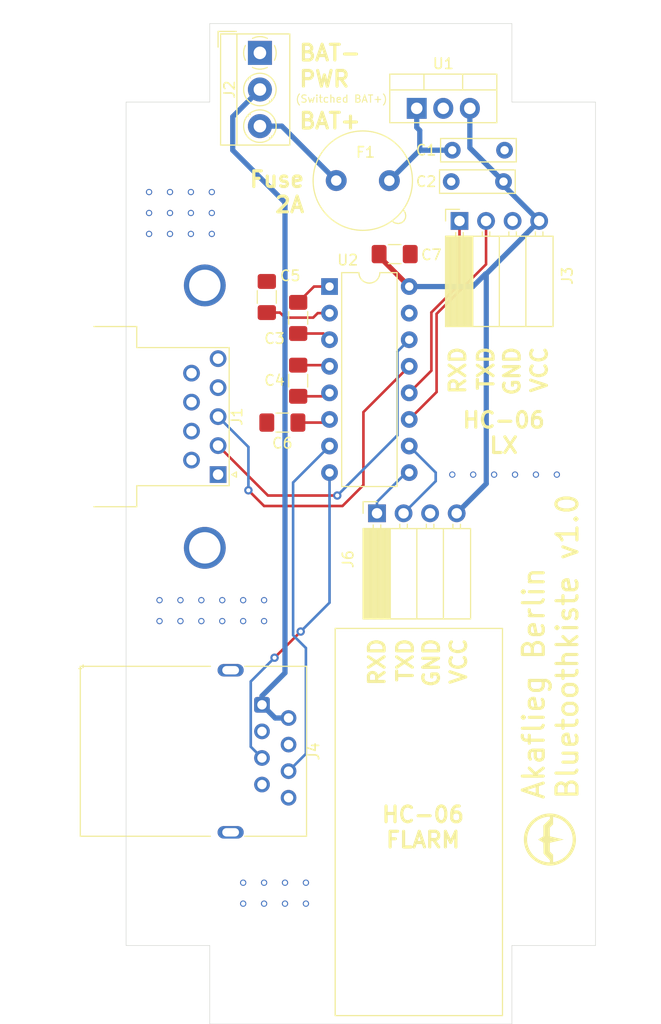
<source format=kicad_pcb>
(kicad_pcb (version 20171130) (host pcbnew 5.1.2)

  (general
    (thickness 1.6)
    (drawings 36)
    (tracks 86)
    (zones 0)
    (modules 58)
    (nets 20)
  )

  (page A4)
  (layers
    (0 F.Cu signal)
    (31 B.Cu signal)
    (32 B.Adhes user)
    (33 F.Adhes user)
    (34 B.Paste user)
    (35 F.Paste user)
    (36 B.SilkS user)
    (37 F.SilkS user)
    (38 B.Mask user)
    (39 F.Mask user)
    (40 Dwgs.User user)
    (41 Cmts.User user)
    (42 Eco1.User user)
    (43 Eco2.User user)
    (44 Edge.Cuts user)
    (45 Margin user)
    (46 B.CrtYd user)
    (47 F.CrtYd user)
    (48 B.Fab user)
    (49 F.Fab user)
  )

  (setup
    (last_trace_width 0.25)
    (user_trace_width 0.5)
    (trace_clearance 0.2)
    (zone_clearance 0.508)
    (zone_45_only no)
    (trace_min 0.2)
    (via_size 0.8)
    (via_drill 0.4)
    (via_min_size 0.4)
    (via_min_drill 0.3)
    (uvia_size 0.3)
    (uvia_drill 0.1)
    (uvias_allowed no)
    (uvia_min_size 0.2)
    (uvia_min_drill 0.1)
    (edge_width 0.05)
    (segment_width 0.2)
    (pcb_text_width 0.3)
    (pcb_text_size 1.5 1.5)
    (mod_edge_width 0.12)
    (mod_text_size 1 1)
    (mod_text_width 0.15)
    (pad_size 3.25 3.25)
    (pad_drill 3.25)
    (pad_to_mask_clearance 0.051)
    (solder_mask_min_width 0.25)
    (aux_axis_origin 0 0)
    (visible_elements FFFFFF7F)
    (pcbplotparams
      (layerselection 0x010fc_ffffffff)
      (usegerberextensions false)
      (usegerberattributes false)
      (usegerberadvancedattributes false)
      (creategerberjobfile false)
      (excludeedgelayer true)
      (linewidth 0.100000)
      (plotframeref false)
      (viasonmask false)
      (mode 1)
      (useauxorigin false)
      (hpglpennumber 1)
      (hpglpenspeed 20)
      (hpglpendiameter 15.000000)
      (psnegative false)
      (psa4output false)
      (plotreference true)
      (plotvalue true)
      (plotinvisibletext false)
      (padsonsilk false)
      (subtractmaskfromsilk false)
      (outputformat 1)
      (mirror false)
      (drillshape 1)
      (scaleselection 1)
      (outputdirectory ""))
  )

  (net 0 "")
  (net 1 "Net-(C1-Pad1)")
  (net 2 GND)
  (net 3 +5V)
  (net 4 "Net-(C3-Pad1)")
  (net 5 "Net-(C3-Pad2)")
  (net 6 "Net-(C4-Pad2)")
  (net 7 "Net-(C4-Pad1)")
  (net 8 "Net-(C5-Pad2)")
  (net 9 "Net-(C6-Pad2)")
  (net 10 +12P)
  (net 11 /LX-RX)
  (net 12 /LX-TX)
  (net 13 +12V)
  (net 14 /FLARM-TX)
  (net 15 /FLARM-RX)
  (net 16 /LX-BT-RX)
  (net 17 /LX-BT-TX)
  (net 18 /FLARM-BT-RX)
  (net 19 /FLARM-BT-TX)

  (net_class Default "Dies ist die voreingestellte Netzklasse."
    (clearance 0.2)
    (trace_width 0.25)
    (via_dia 0.8)
    (via_drill 0.4)
    (uvia_dia 0.3)
    (uvia_drill 0.1)
    (add_net +12P)
    (add_net +12V)
    (add_net +5V)
    (add_net /FLARM-BT-RX)
    (add_net /FLARM-BT-TX)
    (add_net /FLARM-RX)
    (add_net /FLARM-TX)
    (add_net /LX-BT-RX)
    (add_net /LX-BT-TX)
    (add_net /LX-RX)
    (add_net /LX-TX)
    (add_net GND)
    (add_net "Net-(C1-Pad1)")
    (add_net "Net-(C3-Pad1)")
    (add_net "Net-(C3-Pad2)")
    (add_net "Net-(C4-Pad1)")
    (add_net "Net-(C4-Pad2)")
    (add_net "Net-(C5-Pad2)")
    (add_net "Net-(C6-Pad2)")
  )

  (module JS_Local:VIA-0.6mm (layer F.Cu) (tedit 5AD495F5) (tstamp 5D021DEB)
    (at 187 60)
    (fp_text reference REF** (at 0 1) (layer F.SilkS) hide
      (effects (font (size 1 1) (thickness 0.15)))
    )
    (fp_text value VIA-0.6mm (at 0 -1) (layer F.Fab) hide
      (effects (font (size 1 1) (thickness 0.15)))
    )
    (pad 1 thru_hole circle (at 0 0) (size 0.6 0.6) (drill 0.4) (layers *.Cu)
      (zone_connect 2))
  )

  (module JS_Local:VIA-0.6mm (layer F.Cu) (tedit 5AD495F5) (tstamp 5D021DE7)
    (at 191 60)
    (fp_text reference REF** (at 0 1) (layer F.SilkS) hide
      (effects (font (size 1 1) (thickness 0.15)))
    )
    (fp_text value VIA-0.6mm (at 0 -1) (layer F.Fab) hide
      (effects (font (size 1 1) (thickness 0.15)))
    )
    (pad 1 thru_hole circle (at 0 0) (size 0.6 0.6) (drill 0.4) (layers *.Cu)
      (zone_connect 2))
  )

  (module JS_Local:VIA-0.6mm (layer F.Cu) (tedit 5AD495F5) (tstamp 5D021DE3)
    (at 195 60)
    (fp_text reference REF** (at 0 1) (layer F.SilkS) hide
      (effects (font (size 1 1) (thickness 0.15)))
    )
    (fp_text value VIA-0.6mm (at 0 -1) (layer F.Fab) hide
      (effects (font (size 1 1) (thickness 0.15)))
    )
    (pad 1 thru_hole circle (at 0 0) (size 0.6 0.6) (drill 0.4) (layers *.Cu)
      (zone_connect 2))
  )

  (module JS_Local:VIA-0.6mm (layer F.Cu) (tedit 5AD495F5) (tstamp 5D021DDF)
    (at 197 60)
    (fp_text reference REF** (at 0 1) (layer F.SilkS) hide
      (effects (font (size 1 1) (thickness 0.15)))
    )
    (fp_text value VIA-0.6mm (at 0 -1) (layer F.Fab) hide
      (effects (font (size 1 1) (thickness 0.15)))
    )
    (pad 1 thru_hole circle (at 0 0) (size 0.6 0.6) (drill 0.4) (layers *.Cu)
      (zone_connect 2))
  )

  (module JS_Local:VIA-0.6mm (layer F.Cu) (tedit 5AD495F5) (tstamp 5D021DDB)
    (at 189 60)
    (fp_text reference REF** (at 0 1) (layer F.SilkS) hide
      (effects (font (size 1 1) (thickness 0.15)))
    )
    (fp_text value VIA-0.6mm (at 0 -1) (layer F.Fab) hide
      (effects (font (size 1 1) (thickness 0.15)))
    )
    (pad 1 thru_hole circle (at 0 0) (size 0.6 0.6) (drill 0.4) (layers *.Cu)
      (zone_connect 2))
  )

  (module JS_Local:VIA-0.6mm (layer F.Cu) (tedit 5AD495F5) (tstamp 5D021DD7)
    (at 193 60)
    (fp_text reference REF** (at 0 1) (layer F.SilkS) hide
      (effects (font (size 1 1) (thickness 0.15)))
    )
    (fp_text value VIA-0.6mm (at 0 -1) (layer F.Fab) hide
      (effects (font (size 1 1) (thickness 0.15)))
    )
    (pad 1 thru_hole circle (at 0 0) (size 0.6 0.6) (drill 0.4) (layers *.Cu)
      (zone_connect 2))
  )

  (module JS_Local:VIA-0.6mm (layer F.Cu) (tedit 5AD495F5) (tstamp 5D01725C)
    (at 169 72)
    (fp_text reference REF** (at 0 1) (layer F.SilkS) hide
      (effects (font (size 1 1) (thickness 0.15)))
    )
    (fp_text value VIA-0.6mm (at 0 -1) (layer F.Fab) hide
      (effects (font (size 1 1) (thickness 0.15)))
    )
    (pad 1 thru_hole circle (at 0 0) (size 0.6 0.6) (drill 0.4) (layers *.Cu)
      (zone_connect 2))
  )

  (module JS_Local:VIA-0.6mm (layer F.Cu) (tedit 5AD495F5) (tstamp 5D017258)
    (at 167 74)
    (fp_text reference REF** (at 0 1) (layer F.SilkS) hide
      (effects (font (size 1 1) (thickness 0.15)))
    )
    (fp_text value VIA-0.6mm (at 0 -1) (layer F.Fab) hide
      (effects (font (size 1 1) (thickness 0.15)))
    )
    (pad 1 thru_hole circle (at 0 0) (size 0.6 0.6) (drill 0.4) (layers *.Cu)
      (zone_connect 2))
  )

  (module JS_Local:VIA-0.6mm (layer F.Cu) (tedit 5AD495F5) (tstamp 5D017254)
    (at 167 72)
    (fp_text reference REF** (at 0 1) (layer F.SilkS) hide
      (effects (font (size 1 1) (thickness 0.15)))
    )
    (fp_text value VIA-0.6mm (at 0 -1) (layer F.Fab) hide
      (effects (font (size 1 1) (thickness 0.15)))
    )
    (pad 1 thru_hole circle (at 0 0) (size 0.6 0.6) (drill 0.4) (layers *.Cu)
      (zone_connect 2))
  )

  (module JS_Local:VIA-0.6mm (layer F.Cu) (tedit 5AD495F5) (tstamp 5D017250)
    (at 169 74)
    (fp_text reference REF** (at 0 1) (layer F.SilkS) hide
      (effects (font (size 1 1) (thickness 0.15)))
    )
    (fp_text value VIA-0.6mm (at 0 -1) (layer F.Fab) hide
      (effects (font (size 1 1) (thickness 0.15)))
    )
    (pad 1 thru_hole circle (at 0 0) (size 0.6 0.6) (drill 0.4) (layers *.Cu)
      (zone_connect 2))
  )

  (module JS_Local:VIA-0.6mm (layer F.Cu) (tedit 5AD495F5) (tstamp 5D017140)
    (at 164 33)
    (fp_text reference REF** (at 0 1) (layer F.SilkS) hide
      (effects (font (size 1 1) (thickness 0.15)))
    )
    (fp_text value VIA-0.6mm (at 0 -1) (layer F.Fab) hide
      (effects (font (size 1 1) (thickness 0.15)))
    )
    (pad 1 thru_hole circle (at 0 0) (size 0.6 0.6) (drill 0.4) (layers *.Cu)
      (zone_connect 2))
  )

  (module JS_Local:VIA-0.6mm (layer F.Cu) (tedit 5AD495F5) (tstamp 5D017115)
    (at 158 37)
    (fp_text reference REF** (at 0 1) (layer F.SilkS) hide
      (effects (font (size 1 1) (thickness 0.15)))
    )
    (fp_text value VIA-0.6mm (at 0 -1) (layer F.Fab) hide
      (effects (font (size 1 1) (thickness 0.15)))
    )
    (pad 1 thru_hole circle (at 0 0) (size 0.6 0.6) (drill 0.4) (layers *.Cu)
      (zone_connect 2))
  )

  (module JS_Local:VIA-0.6mm (layer F.Cu) (tedit 5AD495F5) (tstamp 5D017111)
    (at 158 35)
    (fp_text reference REF** (at 0 1) (layer F.SilkS) hide
      (effects (font (size 1 1) (thickness 0.15)))
    )
    (fp_text value VIA-0.6mm (at 0 -1) (layer F.Fab) hide
      (effects (font (size 1 1) (thickness 0.15)))
    )
    (pad 1 thru_hole circle (at 0 0) (size 0.6 0.6) (drill 0.4) (layers *.Cu)
      (zone_connect 2))
  )

  (module JS_Local:VIA-0.6mm (layer F.Cu) (tedit 5AD495F5) (tstamp 5D01710D)
    (at 164 35)
    (fp_text reference REF** (at 0 1) (layer F.SilkS) hide
      (effects (font (size 1 1) (thickness 0.15)))
    )
    (fp_text value VIA-0.6mm (at 0 -1) (layer F.Fab) hide
      (effects (font (size 1 1) (thickness 0.15)))
    )
    (pad 1 thru_hole circle (at 0 0) (size 0.6 0.6) (drill 0.4) (layers *.Cu)
      (zone_connect 2))
  )

  (module JS_Local:VIA-0.6mm (layer F.Cu) (tedit 5AD495F5) (tstamp 5D017109)
    (at 162 37)
    (fp_text reference REF** (at 0 1) (layer F.SilkS) hide
      (effects (font (size 1 1) (thickness 0.15)))
    )
    (fp_text value VIA-0.6mm (at 0 -1) (layer F.Fab) hide
      (effects (font (size 1 1) (thickness 0.15)))
    )
    (pad 1 thru_hole circle (at 0 0) (size 0.6 0.6) (drill 0.4) (layers *.Cu)
      (zone_connect 2))
  )

  (module JS_Local:VIA-0.6mm (layer F.Cu) (tedit 5AD495F5) (tstamp 5D017105)
    (at 160 35)
    (fp_text reference REF** (at 0 1) (layer F.SilkS) hide
      (effects (font (size 1 1) (thickness 0.15)))
    )
    (fp_text value VIA-0.6mm (at 0 -1) (layer F.Fab) hide
      (effects (font (size 1 1) (thickness 0.15)))
    )
    (pad 1 thru_hole circle (at 0 0) (size 0.6 0.6) (drill 0.4) (layers *.Cu)
      (zone_connect 2))
  )

  (module JS_Local:VIA-0.6mm (layer F.Cu) (tedit 5AD495F5) (tstamp 5D017101)
    (at 160 37)
    (fp_text reference REF** (at 0 1) (layer F.SilkS) hide
      (effects (font (size 1 1) (thickness 0.15)))
    )
    (fp_text value VIA-0.6mm (at 0 -1) (layer F.Fab) hide
      (effects (font (size 1 1) (thickness 0.15)))
    )
    (pad 1 thru_hole circle (at 0 0) (size 0.6 0.6) (drill 0.4) (layers *.Cu)
      (zone_connect 2))
  )

  (module JS_Local:VIA-0.6mm (layer F.Cu) (tedit 5AD495F5) (tstamp 5D0170FD)
    (at 162 35)
    (fp_text reference REF** (at 0 1) (layer F.SilkS) hide
      (effects (font (size 1 1) (thickness 0.15)))
    )
    (fp_text value VIA-0.6mm (at 0 -1) (layer F.Fab) hide
      (effects (font (size 1 1) (thickness 0.15)))
    )
    (pad 1 thru_hole circle (at 0 0) (size 0.6 0.6) (drill 0.4) (layers *.Cu)
      (zone_connect 2))
  )

  (module JS_Local:VIA-0.6mm (layer F.Cu) (tedit 5AD495F5) (tstamp 5D0170F9)
    (at 164 37)
    (fp_text reference REF** (at 0 1) (layer F.SilkS) hide
      (effects (font (size 1 1) (thickness 0.15)))
    )
    (fp_text value VIA-0.6mm (at 0 -1) (layer F.Fab) hide
      (effects (font (size 1 1) (thickness 0.15)))
    )
    (pad 1 thru_hole circle (at 0 0) (size 0.6 0.6) (drill 0.4) (layers *.Cu)
      (zone_connect 2))
  )

  (module JS_Local:VIA-0.6mm (layer F.Cu) (tedit 5AD495F5) (tstamp 5D0170D4)
    (at 161 74)
    (fp_text reference REF** (at 0 1) (layer F.SilkS) hide
      (effects (font (size 1 1) (thickness 0.15)))
    )
    (fp_text value VIA-0.6mm (at 0 -1) (layer F.Fab) hide
      (effects (font (size 1 1) (thickness 0.15)))
    )
    (pad 1 thru_hole circle (at 0 0) (size 0.6 0.6) (drill 0.4) (layers *.Cu)
      (zone_connect 2))
  )

  (module JS_Local:VIA-0.6mm (layer F.Cu) (tedit 5AD495F5) (tstamp 5D0170D0)
    (at 161 72)
    (fp_text reference REF** (at 0 1) (layer F.SilkS) hide
      (effects (font (size 1 1) (thickness 0.15)))
    )
    (fp_text value VIA-0.6mm (at 0 -1) (layer F.Fab) hide
      (effects (font (size 1 1) (thickness 0.15)))
    )
    (pad 1 thru_hole circle (at 0 0) (size 0.6 0.6) (drill 0.4) (layers *.Cu)
      (zone_connect 2))
  )

  (module JS_Local:VIA-0.6mm (layer F.Cu) (tedit 5AD495F5) (tstamp 5D0170CC)
    (at 163 72)
    (fp_text reference REF** (at 0 1) (layer F.SilkS) hide
      (effects (font (size 1 1) (thickness 0.15)))
    )
    (fp_text value VIA-0.6mm (at 0 -1) (layer F.Fab) hide
      (effects (font (size 1 1) (thickness 0.15)))
    )
    (pad 1 thru_hole circle (at 0 0) (size 0.6 0.6) (drill 0.4) (layers *.Cu)
      (zone_connect 2))
  )

  (module JS_Local:VIA-0.6mm (layer F.Cu) (tedit 5AD495F5) (tstamp 5D0170C8)
    (at 165 72)
    (fp_text reference REF** (at 0 1) (layer F.SilkS) hide
      (effects (font (size 1 1) (thickness 0.15)))
    )
    (fp_text value VIA-0.6mm (at 0 -1) (layer F.Fab) hide
      (effects (font (size 1 1) (thickness 0.15)))
    )
    (pad 1 thru_hole circle (at 0 0) (size 0.6 0.6) (drill 0.4) (layers *.Cu)
      (zone_connect 2))
  )

  (module JS_Local:VIA-0.6mm (layer F.Cu) (tedit 5AD495F5) (tstamp 5D0170C4)
    (at 165 74)
    (fp_text reference REF** (at 0 1) (layer F.SilkS) hide
      (effects (font (size 1 1) (thickness 0.15)))
    )
    (fp_text value VIA-0.6mm (at 0 -1) (layer F.Fab) hide
      (effects (font (size 1 1) (thickness 0.15)))
    )
    (pad 1 thru_hole circle (at 0 0) (size 0.6 0.6) (drill 0.4) (layers *.Cu)
      (zone_connect 2))
  )

  (module JS_Local:VIA-0.6mm (layer F.Cu) (tedit 5AD495F5) (tstamp 5D0170C0)
    (at 163 74)
    (fp_text reference REF** (at 0 1) (layer F.SilkS) hide
      (effects (font (size 1 1) (thickness 0.15)))
    )
    (fp_text value VIA-0.6mm (at 0 -1) (layer F.Fab) hide
      (effects (font (size 1 1) (thickness 0.15)))
    )
    (pad 1 thru_hole circle (at 0 0) (size 0.6 0.6) (drill 0.4) (layers *.Cu)
      (zone_connect 2))
  )

  (module JS_Local:VIA-0.6mm (layer F.Cu) (tedit 5AD495F5) (tstamp 5D0170BC)
    (at 159 72)
    (fp_text reference REF** (at 0 1) (layer F.SilkS) hide
      (effects (font (size 1 1) (thickness 0.15)))
    )
    (fp_text value VIA-0.6mm (at 0 -1) (layer F.Fab) hide
      (effects (font (size 1 1) (thickness 0.15)))
    )
    (pad 1 thru_hole circle (at 0 0) (size 0.6 0.6) (drill 0.4) (layers *.Cu)
      (zone_connect 2))
  )

  (module JS_Local:VIA-0.6mm (layer F.Cu) (tedit 5AD495F5) (tstamp 5D0170B8)
    (at 159 74)
    (fp_text reference REF** (at 0 1) (layer F.SilkS) hide
      (effects (font (size 1 1) (thickness 0.15)))
    )
    (fp_text value VIA-0.6mm (at 0 -1) (layer F.Fab) hide
      (effects (font (size 1 1) (thickness 0.15)))
    )
    (pad 1 thru_hole circle (at 0 0) (size 0.6 0.6) (drill 0.4) (layers *.Cu)
      (zone_connect 2))
  )

  (module Capacitor_SMD:C_1206_3216Metric_Pad1.42x1.75mm_HandSolder (layer F.Cu) (tedit 5B301BBE) (tstamp 5CF08A66)
    (at 170.7475 55.03)
    (descr "Capacitor SMD 1206 (3216 Metric), square (rectangular) end terminal, IPC_7351 nominal with elongated pad for handsoldering. (Body size source: http://www.tortai-tech.com/upload/download/2011102023233369053.pdf), generated with kicad-footprint-generator")
    (tags "capacitor handsolder")
    (path /5CA46F54)
    (attr smd)
    (fp_text reference C6 (at 0 1.97) (layer F.SilkS)
      (effects (font (size 1 1) (thickness 0.15)))
    )
    (fp_text value 1u (at 0 1.82) (layer F.Fab)
      (effects (font (size 1 1) (thickness 0.15)))
    )
    (fp_text user %R (at 0 0) (layer F.Fab)
      (effects (font (size 0.8 0.8) (thickness 0.12)))
    )
    (fp_line (start 2.45 1.12) (end -2.45 1.12) (layer F.CrtYd) (width 0.05))
    (fp_line (start 2.45 -1.12) (end 2.45 1.12) (layer F.CrtYd) (width 0.05))
    (fp_line (start -2.45 -1.12) (end 2.45 -1.12) (layer F.CrtYd) (width 0.05))
    (fp_line (start -2.45 1.12) (end -2.45 -1.12) (layer F.CrtYd) (width 0.05))
    (fp_line (start -0.602064 0.91) (end 0.602064 0.91) (layer F.SilkS) (width 0.12))
    (fp_line (start -0.602064 -0.91) (end 0.602064 -0.91) (layer F.SilkS) (width 0.12))
    (fp_line (start 1.6 0.8) (end -1.6 0.8) (layer F.Fab) (width 0.1))
    (fp_line (start 1.6 -0.8) (end 1.6 0.8) (layer F.Fab) (width 0.1))
    (fp_line (start -1.6 -0.8) (end 1.6 -0.8) (layer F.Fab) (width 0.1))
    (fp_line (start -1.6 0.8) (end -1.6 -0.8) (layer F.Fab) (width 0.1))
    (pad 2 smd roundrect (at 1.4875 0) (size 1.425 1.75) (layers F.Cu F.Paste F.Mask) (roundrect_rratio 0.175439)
      (net 9 "Net-(C6-Pad2)"))
    (pad 1 smd roundrect (at -1.4875 0) (size 1.425 1.75) (layers F.Cu F.Paste F.Mask) (roundrect_rratio 0.175439)
      (net 2 GND))
    (model ${KISYS3DMOD}/Capacitor_SMD.3dshapes/C_1206_3216Metric.wrl
      (at (xyz 0 0 0))
      (scale (xyz 1 1 1))
      (rotate (xyz 0 0 0))
    )
  )

  (module Connector_PinSocket_2.54mm:PinSocket_1x04_P2.54mm_Horizontal (layer F.Cu) (tedit 5A19A424) (tstamp 5CF08BDA)
    (at 179.8 63.7 90)
    (descr "Through hole angled socket strip, 1x04, 2.54mm pitch, 8.51mm socket length, single row (from Kicad 4.0.7), script generated")
    (tags "Through hole angled socket strip THT 1x04 2.54mm single row")
    (path /5C93D289)
    (fp_text reference J6 (at -4.38 -2.77 90) (layer F.SilkS)
      (effects (font (size 1 1) (thickness 0.15)))
    )
    (fp_text value Conn_01x04_Female (at -4.38 10.39 90) (layer F.Fab)
      (effects (font (size 1 1) (thickness 0.15)))
    )
    (fp_line (start -10.03 -1.27) (end -2.49 -1.27) (layer F.Fab) (width 0.1))
    (fp_line (start -2.49 -1.27) (end -1.52 -0.3) (layer F.Fab) (width 0.1))
    (fp_line (start -1.52 -0.3) (end -1.52 8.89) (layer F.Fab) (width 0.1))
    (fp_line (start -1.52 8.89) (end -10.03 8.89) (layer F.Fab) (width 0.1))
    (fp_line (start -10.03 8.89) (end -10.03 -1.27) (layer F.Fab) (width 0.1))
    (fp_line (start 0 -0.3) (end -1.52 -0.3) (layer F.Fab) (width 0.1))
    (fp_line (start -1.52 0.3) (end 0 0.3) (layer F.Fab) (width 0.1))
    (fp_line (start 0 0.3) (end 0 -0.3) (layer F.Fab) (width 0.1))
    (fp_line (start 0 2.24) (end -1.52 2.24) (layer F.Fab) (width 0.1))
    (fp_line (start -1.52 2.84) (end 0 2.84) (layer F.Fab) (width 0.1))
    (fp_line (start 0 2.84) (end 0 2.24) (layer F.Fab) (width 0.1))
    (fp_line (start 0 4.78) (end -1.52 4.78) (layer F.Fab) (width 0.1))
    (fp_line (start -1.52 5.38) (end 0 5.38) (layer F.Fab) (width 0.1))
    (fp_line (start 0 5.38) (end 0 4.78) (layer F.Fab) (width 0.1))
    (fp_line (start 0 7.32) (end -1.52 7.32) (layer F.Fab) (width 0.1))
    (fp_line (start -1.52 7.92) (end 0 7.92) (layer F.Fab) (width 0.1))
    (fp_line (start 0 7.92) (end 0 7.32) (layer F.Fab) (width 0.1))
    (fp_line (start -10.09 -1.21) (end -1.46 -1.21) (layer F.SilkS) (width 0.12))
    (fp_line (start -10.09 -1.091905) (end -1.46 -1.091905) (layer F.SilkS) (width 0.12))
    (fp_line (start -10.09 -0.97381) (end -1.46 -0.97381) (layer F.SilkS) (width 0.12))
    (fp_line (start -10.09 -0.855715) (end -1.46 -0.855715) (layer F.SilkS) (width 0.12))
    (fp_line (start -10.09 -0.73762) (end -1.46 -0.73762) (layer F.SilkS) (width 0.12))
    (fp_line (start -10.09 -0.619525) (end -1.46 -0.619525) (layer F.SilkS) (width 0.12))
    (fp_line (start -10.09 -0.50143) (end -1.46 -0.50143) (layer F.SilkS) (width 0.12))
    (fp_line (start -10.09 -0.383335) (end -1.46 -0.383335) (layer F.SilkS) (width 0.12))
    (fp_line (start -10.09 -0.26524) (end -1.46 -0.26524) (layer F.SilkS) (width 0.12))
    (fp_line (start -10.09 -0.147145) (end -1.46 -0.147145) (layer F.SilkS) (width 0.12))
    (fp_line (start -10.09 -0.02905) (end -1.46 -0.02905) (layer F.SilkS) (width 0.12))
    (fp_line (start -10.09 0.089045) (end -1.46 0.089045) (layer F.SilkS) (width 0.12))
    (fp_line (start -10.09 0.20714) (end -1.46 0.20714) (layer F.SilkS) (width 0.12))
    (fp_line (start -10.09 0.325235) (end -1.46 0.325235) (layer F.SilkS) (width 0.12))
    (fp_line (start -10.09 0.44333) (end -1.46 0.44333) (layer F.SilkS) (width 0.12))
    (fp_line (start -10.09 0.561425) (end -1.46 0.561425) (layer F.SilkS) (width 0.12))
    (fp_line (start -10.09 0.67952) (end -1.46 0.67952) (layer F.SilkS) (width 0.12))
    (fp_line (start -10.09 0.797615) (end -1.46 0.797615) (layer F.SilkS) (width 0.12))
    (fp_line (start -10.09 0.91571) (end -1.46 0.91571) (layer F.SilkS) (width 0.12))
    (fp_line (start -10.09 1.033805) (end -1.46 1.033805) (layer F.SilkS) (width 0.12))
    (fp_line (start -10.09 1.1519) (end -1.46 1.1519) (layer F.SilkS) (width 0.12))
    (fp_line (start -1.46 -0.36) (end -1.11 -0.36) (layer F.SilkS) (width 0.12))
    (fp_line (start -1.46 0.36) (end -1.11 0.36) (layer F.SilkS) (width 0.12))
    (fp_line (start -1.46 2.18) (end -1.05 2.18) (layer F.SilkS) (width 0.12))
    (fp_line (start -1.46 2.9) (end -1.05 2.9) (layer F.SilkS) (width 0.12))
    (fp_line (start -1.46 4.72) (end -1.05 4.72) (layer F.SilkS) (width 0.12))
    (fp_line (start -1.46 5.44) (end -1.05 5.44) (layer F.SilkS) (width 0.12))
    (fp_line (start -1.46 7.26) (end -1.05 7.26) (layer F.SilkS) (width 0.12))
    (fp_line (start -1.46 7.98) (end -1.05 7.98) (layer F.SilkS) (width 0.12))
    (fp_line (start -10.09 1.27) (end -1.46 1.27) (layer F.SilkS) (width 0.12))
    (fp_line (start -10.09 3.81) (end -1.46 3.81) (layer F.SilkS) (width 0.12))
    (fp_line (start -10.09 6.35) (end -1.46 6.35) (layer F.SilkS) (width 0.12))
    (fp_line (start -10.09 -1.33) (end -1.46 -1.33) (layer F.SilkS) (width 0.12))
    (fp_line (start -1.46 -1.33) (end -1.46 8.95) (layer F.SilkS) (width 0.12))
    (fp_line (start -10.09 8.95) (end -1.46 8.95) (layer F.SilkS) (width 0.12))
    (fp_line (start -10.09 -1.33) (end -10.09 8.95) (layer F.SilkS) (width 0.12))
    (fp_line (start 1.11 -1.33) (end 1.11 0) (layer F.SilkS) (width 0.12))
    (fp_line (start 0 -1.33) (end 1.11 -1.33) (layer F.SilkS) (width 0.12))
    (fp_line (start 1.75 -1.75) (end -10.55 -1.75) (layer F.CrtYd) (width 0.05))
    (fp_line (start -10.55 -1.75) (end -10.55 9.45) (layer F.CrtYd) (width 0.05))
    (fp_line (start -10.55 9.45) (end 1.75 9.45) (layer F.CrtYd) (width 0.05))
    (fp_line (start 1.75 9.45) (end 1.75 -1.75) (layer F.CrtYd) (width 0.05))
    (fp_text user %R (at -5.775 3.81) (layer F.Fab)
      (effects (font (size 1 1) (thickness 0.15)))
    )
    (pad 1 thru_hole rect (at 0 0 90) (size 1.7 1.7) (drill 1) (layers *.Cu *.Mask)
      (net 18 /FLARM-BT-RX))
    (pad 2 thru_hole oval (at 0 2.54 90) (size 1.7 1.7) (drill 1) (layers *.Cu *.Mask)
      (net 19 /FLARM-BT-TX))
    (pad 3 thru_hole oval (at 0 5.08 90) (size 1.7 1.7) (drill 1) (layers *.Cu *.Mask)
      (net 2 GND))
    (pad 4 thru_hole oval (at 0 7.62 90) (size 1.7 1.7) (drill 1) (layers *.Cu *.Mask)
      (net 3 +5V))
    (model ${KISYS3DMOD}/Connector_PinSocket_2.54mm.3dshapes/PinSocket_1x04_P2.54mm_Horizontal.wrl
      (at (xyz 0 0 0))
      (scale (xyz 1 1 1))
      (rotate (xyz 0 0 0))
    )
  )

  (module Capacitor_SMD:C_1206_3216Metric_Pad1.42x1.75mm_HandSolder (layer F.Cu) (tedit 5B301BBE) (tstamp 5CF08A55)
    (at 169.26 43.03 270)
    (descr "Capacitor SMD 1206 (3216 Metric), square (rectangular) end terminal, IPC_7351 nominal with elongated pad for handsoldering. (Body size source: http://www.tortai-tech.com/upload/download/2011102023233369053.pdf), generated with kicad-footprint-generator")
    (tags "capacitor handsolder")
    (path /5CA464BC)
    (attr smd)
    (fp_text reference C5 (at -2.03 -2.24 180) (layer F.SilkS)
      (effects (font (size 1 1) (thickness 0.15)))
    )
    (fp_text value 1u (at 0 1.82 90) (layer F.Fab)
      (effects (font (size 1 1) (thickness 0.15)))
    )
    (fp_line (start -1.6 0.8) (end -1.6 -0.8) (layer F.Fab) (width 0.1))
    (fp_line (start -1.6 -0.8) (end 1.6 -0.8) (layer F.Fab) (width 0.1))
    (fp_line (start 1.6 -0.8) (end 1.6 0.8) (layer F.Fab) (width 0.1))
    (fp_line (start 1.6 0.8) (end -1.6 0.8) (layer F.Fab) (width 0.1))
    (fp_line (start -0.602064 -0.91) (end 0.602064 -0.91) (layer F.SilkS) (width 0.12))
    (fp_line (start -0.602064 0.91) (end 0.602064 0.91) (layer F.SilkS) (width 0.12))
    (fp_line (start -2.45 1.12) (end -2.45 -1.12) (layer F.CrtYd) (width 0.05))
    (fp_line (start -2.45 -1.12) (end 2.45 -1.12) (layer F.CrtYd) (width 0.05))
    (fp_line (start 2.45 -1.12) (end 2.45 1.12) (layer F.CrtYd) (width 0.05))
    (fp_line (start 2.45 1.12) (end -2.45 1.12) (layer F.CrtYd) (width 0.05))
    (fp_text user %R (at 0 0 90) (layer F.Fab)
      (effects (font (size 0.8 0.8) (thickness 0.12)))
    )
    (pad 1 smd roundrect (at -1.4875 0 270) (size 1.425 1.75) (layers F.Cu F.Paste F.Mask) (roundrect_rratio 0.175439)
      (net 2 GND))
    (pad 2 smd roundrect (at 1.4875 0 270) (size 1.425 1.75) (layers F.Cu F.Paste F.Mask) (roundrect_rratio 0.175439)
      (net 8 "Net-(C5-Pad2)"))
    (model ${KISYS3DMOD}/Capacitor_SMD.3dshapes/C_1206_3216Metric.wrl
      (at (xyz 0 0 0))
      (scale (xyz 1 1 1))
      (rotate (xyz 0 0 0))
    )
  )

  (module Capacitor_SMD:C_1206_3216Metric_Pad1.42x1.75mm_HandSolder (layer F.Cu) (tedit 5B301BBE) (tstamp 5CF08A44)
    (at 172.26 51.03 270)
    (descr "Capacitor SMD 1206 (3216 Metric), square (rectangular) end terminal, IPC_7351 nominal with elongated pad for handsoldering. (Body size source: http://www.tortai-tech.com/upload/download/2011102023233369053.pdf), generated with kicad-footprint-generator")
    (tags "capacitor handsolder")
    (path /5CA42392)
    (attr smd)
    (fp_text reference C4 (at -0.03 2.26 180) (layer F.SilkS)
      (effects (font (size 1 1) (thickness 0.15)))
    )
    (fp_text value 1u (at 0 1.82 90) (layer F.Fab)
      (effects (font (size 1 1) (thickness 0.15)))
    )
    (fp_text user %R (at 0 0 90) (layer F.Fab)
      (effects (font (size 0.8 0.8) (thickness 0.12)))
    )
    (fp_line (start 2.45 1.12) (end -2.45 1.12) (layer F.CrtYd) (width 0.05))
    (fp_line (start 2.45 -1.12) (end 2.45 1.12) (layer F.CrtYd) (width 0.05))
    (fp_line (start -2.45 -1.12) (end 2.45 -1.12) (layer F.CrtYd) (width 0.05))
    (fp_line (start -2.45 1.12) (end -2.45 -1.12) (layer F.CrtYd) (width 0.05))
    (fp_line (start -0.602064 0.91) (end 0.602064 0.91) (layer F.SilkS) (width 0.12))
    (fp_line (start -0.602064 -0.91) (end 0.602064 -0.91) (layer F.SilkS) (width 0.12))
    (fp_line (start 1.6 0.8) (end -1.6 0.8) (layer F.Fab) (width 0.1))
    (fp_line (start 1.6 -0.8) (end 1.6 0.8) (layer F.Fab) (width 0.1))
    (fp_line (start -1.6 -0.8) (end 1.6 -0.8) (layer F.Fab) (width 0.1))
    (fp_line (start -1.6 0.8) (end -1.6 -0.8) (layer F.Fab) (width 0.1))
    (pad 2 smd roundrect (at 1.4875 0 270) (size 1.425 1.75) (layers F.Cu F.Paste F.Mask) (roundrect_rratio 0.175439)
      (net 6 "Net-(C4-Pad2)"))
    (pad 1 smd roundrect (at -1.4875 0 270) (size 1.425 1.75) (layers F.Cu F.Paste F.Mask) (roundrect_rratio 0.175439)
      (net 7 "Net-(C4-Pad1)"))
    (model ${KISYS3DMOD}/Capacitor_SMD.3dshapes/C_1206_3216Metric.wrl
      (at (xyz 0 0 0))
      (scale (xyz 1 1 1))
      (rotate (xyz 0 0 0))
    )
  )

  (module Capacitor_SMD:C_1206_3216Metric_Pad1.42x1.75mm_HandSolder (layer F.Cu) (tedit 5B301BBE) (tstamp 5CF08A33)
    (at 172.26 45.03 270)
    (descr "Capacitor SMD 1206 (3216 Metric), square (rectangular) end terminal, IPC_7351 nominal with elongated pad for handsoldering. (Body size source: http://www.tortai-tech.com/upload/download/2011102023233369053.pdf), generated with kicad-footprint-generator")
    (tags "capacitor handsolder")
    (path /5CA41016)
    (attr smd)
    (fp_text reference C3 (at 1.97 2.26 180) (layer F.SilkS)
      (effects (font (size 1 1) (thickness 0.15)))
    )
    (fp_text value 1u (at 0 1.82 90) (layer F.Fab)
      (effects (font (size 1 1) (thickness 0.15)))
    )
    (fp_line (start -1.6 0.8) (end -1.6 -0.8) (layer F.Fab) (width 0.1))
    (fp_line (start -1.6 -0.8) (end 1.6 -0.8) (layer F.Fab) (width 0.1))
    (fp_line (start 1.6 -0.8) (end 1.6 0.8) (layer F.Fab) (width 0.1))
    (fp_line (start 1.6 0.8) (end -1.6 0.8) (layer F.Fab) (width 0.1))
    (fp_line (start -0.602064 -0.91) (end 0.602064 -0.91) (layer F.SilkS) (width 0.12))
    (fp_line (start -0.602064 0.91) (end 0.602064 0.91) (layer F.SilkS) (width 0.12))
    (fp_line (start -2.45 1.12) (end -2.45 -1.12) (layer F.CrtYd) (width 0.05))
    (fp_line (start -2.45 -1.12) (end 2.45 -1.12) (layer F.CrtYd) (width 0.05))
    (fp_line (start 2.45 -1.12) (end 2.45 1.12) (layer F.CrtYd) (width 0.05))
    (fp_line (start 2.45 1.12) (end -2.45 1.12) (layer F.CrtYd) (width 0.05))
    (fp_text user %R (at 0 0 90) (layer F.Fab)
      (effects (font (size 0.8 0.8) (thickness 0.12)))
    )
    (pad 1 smd roundrect (at -1.4875 0 270) (size 1.425 1.75) (layers F.Cu F.Paste F.Mask) (roundrect_rratio 0.175439)
      (net 4 "Net-(C3-Pad1)"))
    (pad 2 smd roundrect (at 1.4875 0 270) (size 1.425 1.75) (layers F.Cu F.Paste F.Mask) (roundrect_rratio 0.175439)
      (net 5 "Net-(C3-Pad2)"))
    (model ${KISYS3DMOD}/Capacitor_SMD.3dshapes/C_1206_3216Metric.wrl
      (at (xyz 0 0 0))
      (scale (xyz 1 1 1))
      (rotate (xyz 0 0 0))
    )
  )

  (module Fuse:Fuseholder_TR5_Littelfuse_No560_No460 (layer F.Cu) (tedit 5C39BAE2) (tstamp 5CF08A98)
    (at 175.9 31.9)
    (descr "Fuse, Fuseholder, TR5, Littelfuse/Wickmann, No. 460, No560, https://www.littelfuse.com/~/media/electronics/datasheets/fuse_holders/littelfuse_fuse_holder_559_560_datasheet.pdf.pdf")
    (tags "Fuse Fuseholder TR5 Littelfuse/Wickmann No. 460 No560 ")
    (path /5C9D0C23)
    (fp_text reference F1 (at 2.8 -2.7) (layer F.SilkS)
      (effects (font (size 1 1) (thickness 0.15)))
    )
    (fp_text value "Fuse 2A" (at 2.6 2.6) (layer F.Fab)
      (effects (font (size 1 1) (thickness 0.15)))
    )
    (fp_circle (center 2.54 0.01) (end 7.29 0.01) (layer F.SilkS) (width 0.12))
    (fp_circle (center 2.55 0) (end 7.25 0) (layer F.Fab) (width 0.1))
    (fp_line (start 7.54 5.01) (end -2.46 5.01) (layer F.CrtYd) (width 0.05))
    (fp_line (start 7.54 5.01) (end 7.54 -4.99) (layer F.CrtYd) (width 0.05))
    (fp_line (start -2.46 -4.99) (end -2.46 5.01) (layer F.CrtYd) (width 0.05))
    (fp_line (start -2.46 -4.99) (end 7.54 -4.99) (layer F.CrtYd) (width 0.05))
    (fp_line (start 5.49 3.99) (end 5.36 3.84) (layer F.SilkS) (width 0.12))
    (fp_line (start 5.67 4.07) (end 5.49 3.99) (layer F.SilkS) (width 0.12))
    (fp_line (start 5.96 4.11) (end 5.67 4.07) (layer F.SilkS) (width 0.12))
    (fp_line (start 6.25 4.03) (end 5.96 4.11) (layer F.SilkS) (width 0.12))
    (fp_line (start 6.47 3.86) (end 6.25 4.03) (layer F.SilkS) (width 0.12))
    (fp_line (start 6.62 3.6) (end 6.47 3.86) (layer F.SilkS) (width 0.12))
    (fp_line (start 6.65 3.34) (end 6.62 3.6) (layer F.SilkS) (width 0.12))
    (fp_line (start 6.6 3.09) (end 6.65 3.34) (layer F.SilkS) (width 0.12))
    (fp_line (start 6.51 2.93) (end 6.6 3.09) (layer F.SilkS) (width 0.12))
    (fp_line (start 6.39 2.79) (end 6.51 2.93) (layer F.SilkS) (width 0.12))
    (fp_line (start 6.34 2.74) (end 6.46 2.88) (layer F.Fab) (width 0.1))
    (fp_line (start 6.46 2.88) (end 6.55 3.04) (layer F.Fab) (width 0.1))
    (fp_line (start 6.55 3.04) (end 6.6 3.29) (layer F.Fab) (width 0.1))
    (fp_line (start 6.6 3.29) (end 6.57 3.55) (layer F.Fab) (width 0.1))
    (fp_line (start 6.57 3.55) (end 6.42 3.81) (layer F.Fab) (width 0.1))
    (fp_line (start 6.42 3.81) (end 6.2 3.98) (layer F.Fab) (width 0.1))
    (fp_line (start 6.2 3.98) (end 5.91 4.06) (layer F.Fab) (width 0.1))
    (fp_line (start 5.91 4.06) (end 5.62 4.02) (layer F.Fab) (width 0.1))
    (fp_line (start 5.62 4.02) (end 5.44 3.94) (layer F.Fab) (width 0.1))
    (fp_line (start 5.44 3.94) (end 5.31 3.79) (layer F.Fab) (width 0.1))
    (fp_text user %R (at 2.75 -2.75) (layer F.Fab)
      (effects (font (size 1 1) (thickness 0.15)))
    )
    (pad 2 thru_hole circle (at 5.08 0.01) (size 2 2) (drill 1) (layers *.Cu *.Mask)
      (net 1 "Net-(C1-Pad1)"))
    (pad 1 thru_hole circle (at 0 0) (size 2 2) (drill 1) (layers *.Cu *.Mask)
      (net 10 +12P))
    (model ${KISYS3DMOD}/Fuse.3dshapes/Fuseholder_TR5_Littelfuse_No560_No460.wrl
      (at (xyz 0 0 0))
      (scale (xyz 1 1 1))
      (rotate (xyz 0 0 0))
    )
  )

  (module Capacitor_SMD:C_1206_3216Metric_Pad1.42x1.75mm_HandSolder (layer F.Cu) (tedit 5B301BBE) (tstamp 5D017067)
    (at 181.4875 38.93)
    (descr "Capacitor SMD 1206 (3216 Metric), square (rectangular) end terminal, IPC_7351 nominal with elongated pad for handsoldering. (Body size source: http://www.tortai-tech.com/upload/download/2011102023233369053.pdf), generated with kicad-footprint-generator")
    (tags "capacitor handsolder")
    (path /5CA51FC1)
    (attr smd)
    (fp_text reference C7 (at 3.5125 0.07) (layer F.SilkS)
      (effects (font (size 1 1) (thickness 0.15)))
    )
    (fp_text value 1u (at 0 1.82) (layer F.Fab)
      (effects (font (size 1 1) (thickness 0.15)))
    )
    (fp_line (start -1.6 0.8) (end -1.6 -0.8) (layer F.Fab) (width 0.1))
    (fp_line (start -1.6 -0.8) (end 1.6 -0.8) (layer F.Fab) (width 0.1))
    (fp_line (start 1.6 -0.8) (end 1.6 0.8) (layer F.Fab) (width 0.1))
    (fp_line (start 1.6 0.8) (end -1.6 0.8) (layer F.Fab) (width 0.1))
    (fp_line (start -0.602064 -0.91) (end 0.602064 -0.91) (layer F.SilkS) (width 0.12))
    (fp_line (start -0.602064 0.91) (end 0.602064 0.91) (layer F.SilkS) (width 0.12))
    (fp_line (start -2.45 1.12) (end -2.45 -1.12) (layer F.CrtYd) (width 0.05))
    (fp_line (start -2.45 -1.12) (end 2.45 -1.12) (layer F.CrtYd) (width 0.05))
    (fp_line (start 2.45 -1.12) (end 2.45 1.12) (layer F.CrtYd) (width 0.05))
    (fp_line (start 2.45 1.12) (end -2.45 1.12) (layer F.CrtYd) (width 0.05))
    (fp_text user %R (at 0 0) (layer F.Fab)
      (effects (font (size 0.8 0.8) (thickness 0.12)))
    )
    (pad 1 smd roundrect (at -1.4875 0) (size 1.425 1.75) (layers F.Cu F.Paste F.Mask) (roundrect_rratio 0.175439)
      (net 3 +5V))
    (pad 2 smd roundrect (at 1.4875 0) (size 1.425 1.75) (layers F.Cu F.Paste F.Mask) (roundrect_rratio 0.175439)
      (net 2 GND))
    (model ${KISYS3DMOD}/Capacitor_SMD.3dshapes/C_1206_3216Metric.wrl
      (at (xyz 0 0 0))
      (scale (xyz 1 1 1))
      (rotate (xyz 0 0 0))
    )
  )

  (module Capacitor_THT:C_Rect_L7.0mm_W2.0mm_P5.00mm (layer F.Cu) (tedit 5AE50EF0) (tstamp 5CF0A962)
    (at 187 29)
    (descr "C, Rect series, Radial, pin pitch=5.00mm, , length*width=7*2mm^2, Capacitor")
    (tags "C Rect series Radial pin pitch 5.00mm  length 7mm width 2mm Capacitor")
    (path /5C941928)
    (fp_text reference C1 (at -2.5 0) (layer F.SilkS)
      (effects (font (size 1 1) (thickness 0.15)))
    )
    (fp_text value 10u (at 2.5 2.25) (layer F.Fab)
      (effects (font (size 1 1) (thickness 0.15)))
    )
    (fp_text user %R (at 2.5 0) (layer F.Fab)
      (effects (font (size 1 1) (thickness 0.15)))
    )
    (fp_line (start 6.25 -1.25) (end -1.25 -1.25) (layer F.CrtYd) (width 0.05))
    (fp_line (start 6.25 1.25) (end 6.25 -1.25) (layer F.CrtYd) (width 0.05))
    (fp_line (start -1.25 1.25) (end 6.25 1.25) (layer F.CrtYd) (width 0.05))
    (fp_line (start -1.25 -1.25) (end -1.25 1.25) (layer F.CrtYd) (width 0.05))
    (fp_line (start 6.12 -1.12) (end 6.12 1.12) (layer F.SilkS) (width 0.12))
    (fp_line (start -1.12 -1.12) (end -1.12 1.12) (layer F.SilkS) (width 0.12))
    (fp_line (start -1.12 1.12) (end 6.12 1.12) (layer F.SilkS) (width 0.12))
    (fp_line (start -1.12 -1.12) (end 6.12 -1.12) (layer F.SilkS) (width 0.12))
    (fp_line (start 6 -1) (end -1 -1) (layer F.Fab) (width 0.1))
    (fp_line (start 6 1) (end 6 -1) (layer F.Fab) (width 0.1))
    (fp_line (start -1 1) (end 6 1) (layer F.Fab) (width 0.1))
    (fp_line (start -1 -1) (end -1 1) (layer F.Fab) (width 0.1))
    (pad 2 thru_hole circle (at 5 0) (size 1.6 1.6) (drill 0.8) (layers *.Cu *.Mask)
      (net 2 GND))
    (pad 1 thru_hole circle (at 0 0) (size 1.6 1.6) (drill 0.8) (layers *.Cu *.Mask)
      (net 1 "Net-(C1-Pad1)"))
    (model ${KISYS3DMOD}/Capacitor_THT.3dshapes/C_Rect_L7.0mm_W2.0mm_P5.00mm.wrl
      (at (xyz 0 0 0))
      (scale (xyz 1 1 1))
      (rotate (xyz 0 0 0))
    )
  )

  (module MountingHole:MountingHole_3.2mm_M3 (layer F.Cu) (tedit 56D1B4CB) (tstamp 5CF429CD)
    (at 197.5 27.5)
    (descr "Mounting Hole 3.2mm, no annular, M3")
    (tags "mounting hole 3.2mm no annular m3")
    (attr virtual)
    (fp_text reference REF** (at 0 -4.2) (layer F.SilkS) hide
      (effects (font (size 1 1) (thickness 0.15)))
    )
    (fp_text value MountingHole_3.2mm_M3 (at 0 4.2) (layer F.Fab)
      (effects (font (size 1 1) (thickness 0.15)))
    )
    (fp_circle (center 0 0) (end 3.45 0) (layer F.CrtYd) (width 0.05))
    (fp_circle (center 0 0) (end 3.2 0) (layer Cmts.User) (width 0.15))
    (fp_text user %R (at 0.3 0) (layer F.Fab)
      (effects (font (size 1 1) (thickness 0.15)))
    )
    (pad 1 np_thru_hole circle (at 0 0) (size 3.2 3.2) (drill 3.2) (layers *.Cu *.Mask))
  )

  (module Capacitor_THT:C_Rect_L7.0mm_W2.0mm_P5.00mm (layer F.Cu) (tedit 5AE50EF0) (tstamp 5D017180)
    (at 191.9 32 180)
    (descr "C, Rect series, Radial, pin pitch=5.00mm, , length*width=7*2mm^2, Capacitor")
    (tags "C Rect series Radial pin pitch 5.00mm  length 7mm width 2mm Capacitor")
    (path /5C9419B5)
    (fp_text reference C2 (at 7.4 0) (layer F.SilkS)
      (effects (font (size 1 1) (thickness 0.15)))
    )
    (fp_text value 10u (at 2.5 2.25) (layer F.Fab)
      (effects (font (size 1 1) (thickness 0.15)))
    )
    (fp_text user %R (at 2.5 0) (layer F.Fab)
      (effects (font (size 1 1) (thickness 0.15)))
    )
    (fp_line (start 6.25 -1.25) (end -1.25 -1.25) (layer F.CrtYd) (width 0.05))
    (fp_line (start 6.25 1.25) (end 6.25 -1.25) (layer F.CrtYd) (width 0.05))
    (fp_line (start -1.25 1.25) (end 6.25 1.25) (layer F.CrtYd) (width 0.05))
    (fp_line (start -1.25 -1.25) (end -1.25 1.25) (layer F.CrtYd) (width 0.05))
    (fp_line (start 6.12 -1.12) (end 6.12 1.12) (layer F.SilkS) (width 0.12))
    (fp_line (start -1.12 -1.12) (end -1.12 1.12) (layer F.SilkS) (width 0.12))
    (fp_line (start -1.12 1.12) (end 6.12 1.12) (layer F.SilkS) (width 0.12))
    (fp_line (start -1.12 -1.12) (end 6.12 -1.12) (layer F.SilkS) (width 0.12))
    (fp_line (start 6 -1) (end -1 -1) (layer F.Fab) (width 0.1))
    (fp_line (start 6 1) (end 6 -1) (layer F.Fab) (width 0.1))
    (fp_line (start -1 1) (end 6 1) (layer F.Fab) (width 0.1))
    (fp_line (start -1 -1) (end -1 1) (layer F.Fab) (width 0.1))
    (pad 2 thru_hole circle (at 5 0 180) (size 1.6 1.6) (drill 0.8) (layers *.Cu *.Mask)
      (net 2 GND))
    (pad 1 thru_hole circle (at 0 0 180) (size 1.6 1.6) (drill 0.8) (layers *.Cu *.Mask)
      (net 3 +5V))
    (model ${KISYS3DMOD}/Capacitor_THT.3dshapes/C_Rect_L7.0mm_W2.0mm_P5.00mm.wrl
      (at (xyz 0 0 0))
      (scale (xyz 1 1 1))
      (rotate (xyz 0 0 0))
    )
  )

  (module Package_TO_SOT_THT:TO-220-3_Vertical (layer F.Cu) (tedit 5AC8BA0D) (tstamp 5CF08BF4)
    (at 183.6 25)
    (descr "TO-220-3, Vertical, RM 2.54mm, see https://www.vishay.com/docs/66542/to-220-1.pdf")
    (tags "TO-220-3 Vertical RM 2.54mm")
    (path /5C9417FB)
    (fp_text reference U1 (at 2.54 -4.27) (layer F.SilkS)
      (effects (font (size 1 1) (thickness 0.15)))
    )
    (fp_text value L7805 (at 2.54 2.5) (layer F.Fab)
      (effects (font (size 1 1) (thickness 0.15)))
    )
    (fp_line (start -2.46 -3.15) (end -2.46 1.25) (layer F.Fab) (width 0.1))
    (fp_line (start -2.46 1.25) (end 7.54 1.25) (layer F.Fab) (width 0.1))
    (fp_line (start 7.54 1.25) (end 7.54 -3.15) (layer F.Fab) (width 0.1))
    (fp_line (start 7.54 -3.15) (end -2.46 -3.15) (layer F.Fab) (width 0.1))
    (fp_line (start -2.46 -1.88) (end 7.54 -1.88) (layer F.Fab) (width 0.1))
    (fp_line (start 0.69 -3.15) (end 0.69 -1.88) (layer F.Fab) (width 0.1))
    (fp_line (start 4.39 -3.15) (end 4.39 -1.88) (layer F.Fab) (width 0.1))
    (fp_line (start -2.58 -3.27) (end 7.66 -3.27) (layer F.SilkS) (width 0.12))
    (fp_line (start -2.58 1.371) (end 7.66 1.371) (layer F.SilkS) (width 0.12))
    (fp_line (start -2.58 -3.27) (end -2.58 1.371) (layer F.SilkS) (width 0.12))
    (fp_line (start 7.66 -3.27) (end 7.66 1.371) (layer F.SilkS) (width 0.12))
    (fp_line (start -2.58 -1.76) (end 7.66 -1.76) (layer F.SilkS) (width 0.12))
    (fp_line (start 0.69 -3.27) (end 0.69 -1.76) (layer F.SilkS) (width 0.12))
    (fp_line (start 4.391 -3.27) (end 4.391 -1.76) (layer F.SilkS) (width 0.12))
    (fp_line (start -2.71 -3.4) (end -2.71 1.51) (layer F.CrtYd) (width 0.05))
    (fp_line (start -2.71 1.51) (end 7.79 1.51) (layer F.CrtYd) (width 0.05))
    (fp_line (start 7.79 1.51) (end 7.79 -3.4) (layer F.CrtYd) (width 0.05))
    (fp_line (start 7.79 -3.4) (end -2.71 -3.4) (layer F.CrtYd) (width 0.05))
    (fp_text user %R (at 2.54 -4.27) (layer F.Fab)
      (effects (font (size 1 1) (thickness 0.15)))
    )
    (pad 1 thru_hole rect (at 0 0) (size 1.905 2) (drill 1.1) (layers *.Cu *.Mask)
      (net 1 "Net-(C1-Pad1)"))
    (pad 2 thru_hole oval (at 2.54 0) (size 1.905 2) (drill 1.1) (layers *.Cu *.Mask)
      (net 2 GND))
    (pad 3 thru_hole oval (at 5.08 0) (size 1.905 2) (drill 1.1) (layers *.Cu *.Mask)
      (net 3 +5V))
    (model ${KISYS3DMOD}/Package_TO_SOT_THT.3dshapes/TO-220-3_Vertical.wrl
      (at (xyz 0 0 0))
      (scale (xyz 1 1 1))
      (rotate (xyz 0 0 0))
    )
  )

  (module TerminalBlock_MetzConnect:TerminalBlock_MetzConnect_Type059_RT06303HBWC_1x03_P3.50mm_Horizontal (layer F.Cu) (tedit 5B294EA0) (tstamp 5CF08B1A)
    (at 168.6 19.7 270)
    (descr "terminal block Metz Connect Type059_RT06303HBWC, 3 pins, pitch 3.5mm, size 10.5x6.5mm^2, drill diamater 1.2mm, pad diameter 2.3mm, see http://www.metz-connect.com/de/system/files/productfiles/Datenblatt_310591_RT063xxHBWC_OFF-022684T.pdf, script-generated using https://github.com/pointhi/kicad-footprint-generator/scripts/TerminalBlock_MetzConnect")
    (tags "THT terminal block Metz Connect Type059_RT06303HBWC pitch 3.5mm size 10.5x6.5mm^2 drill 1.2mm pad 2.3mm")
    (path /5C93D920)
    (fp_text reference J2 (at 3.5 2.9 90) (layer F.SilkS)
      (effects (font (size 1 1) (thickness 0.15)))
    )
    (fp_text value Screw_Terminal_01x03 (at 3.5 4.76 90) (layer F.Fab)
      (effects (font (size 1 1) (thickness 0.15)))
    )
    (fp_arc (start 0 0) (end 0 1.555) (angle -27) (layer F.SilkS) (width 0.12))
    (fp_arc (start 0 0) (end 1.386 0.707) (angle -54) (layer F.SilkS) (width 0.12))
    (fp_arc (start 0 0) (end 0.707 -1.386) (angle -54) (layer F.SilkS) (width 0.12))
    (fp_arc (start 0 0) (end -1.386 -0.707) (angle -54) (layer F.SilkS) (width 0.12))
    (fp_arc (start 0 0) (end -0.707 1.386) (angle -28) (layer F.SilkS) (width 0.12))
    (fp_circle (center 0 0) (end 1.375 0) (layer F.Fab) (width 0.1))
    (fp_circle (center 3.5 0) (end 4.875 0) (layer F.Fab) (width 0.1))
    (fp_circle (center 3.5 0) (end 5.055 0) (layer F.SilkS) (width 0.12))
    (fp_circle (center 7 0) (end 8.375 0) (layer F.Fab) (width 0.1))
    (fp_circle (center 7 0) (end 8.555 0) (layer F.SilkS) (width 0.12))
    (fp_line (start -1.75 -2.8) (end 8.75 -2.8) (layer F.Fab) (width 0.1))
    (fp_line (start 8.75 -2.8) (end 8.75 3.7) (layer F.Fab) (width 0.1))
    (fp_line (start 8.75 3.7) (end -0.25 3.7) (layer F.Fab) (width 0.1))
    (fp_line (start -0.25 3.7) (end -1.75 2.2) (layer F.Fab) (width 0.1))
    (fp_line (start -1.75 2.2) (end -1.75 -2.8) (layer F.Fab) (width 0.1))
    (fp_line (start -1.75 2.2) (end 8.75 2.2) (layer F.Fab) (width 0.1))
    (fp_line (start -1.81 2.2) (end 8.81 2.2) (layer F.SilkS) (width 0.12))
    (fp_line (start -1.81 -2.86) (end 8.81 -2.86) (layer F.SilkS) (width 0.12))
    (fp_line (start -1.81 3.76) (end 8.81 3.76) (layer F.SilkS) (width 0.12))
    (fp_line (start -1.81 -2.86) (end -1.81 3.76) (layer F.SilkS) (width 0.12))
    (fp_line (start 8.81 -2.86) (end 8.81 3.76) (layer F.SilkS) (width 0.12))
    (fp_line (start 1.043 -0.875) (end -0.876 1.043) (layer F.Fab) (width 0.1))
    (fp_line (start 0.876 -1.043) (end -1.043 0.875) (layer F.Fab) (width 0.1))
    (fp_line (start 4.543 -0.875) (end 2.625 1.043) (layer F.Fab) (width 0.1))
    (fp_line (start 4.376 -1.043) (end 2.458 0.875) (layer F.Fab) (width 0.1))
    (fp_line (start 4.68 -0.99) (end 4.604 -0.914) (layer F.SilkS) (width 0.12))
    (fp_line (start 2.565 1.125) (end 2.511 1.18) (layer F.SilkS) (width 0.12))
    (fp_line (start 4.49 -1.18) (end 4.436 -1.126) (layer F.SilkS) (width 0.12))
    (fp_line (start 2.397 0.914) (end 2.321 0.99) (layer F.SilkS) (width 0.12))
    (fp_line (start 8.043 -0.875) (end 6.125 1.043) (layer F.Fab) (width 0.1))
    (fp_line (start 7.876 -1.043) (end 5.958 0.875) (layer F.Fab) (width 0.1))
    (fp_line (start 8.18 -0.99) (end 8.104 -0.914) (layer F.SilkS) (width 0.12))
    (fp_line (start 6.065 1.125) (end 6.011 1.18) (layer F.SilkS) (width 0.12))
    (fp_line (start 7.99 -1.18) (end 7.936 -1.126) (layer F.SilkS) (width 0.12))
    (fp_line (start 5.897 0.914) (end 5.821 0.99) (layer F.SilkS) (width 0.12))
    (fp_line (start -2.05 2.26) (end -2.05 4) (layer F.SilkS) (width 0.12))
    (fp_line (start -2.05 4) (end -0.55 4) (layer F.SilkS) (width 0.12))
    (fp_line (start -2.25 -3.3) (end -2.25 4.2) (layer F.CrtYd) (width 0.05))
    (fp_line (start -2.25 4.2) (end 9.25 4.2) (layer F.CrtYd) (width 0.05))
    (fp_line (start 9.25 4.2) (end 9.25 -3.3) (layer F.CrtYd) (width 0.05))
    (fp_line (start 9.25 -3.3) (end -2.25 -3.3) (layer F.CrtYd) (width 0.05))
    (fp_text user %R (at 3.5 2.95 90) (layer F.Fab)
      (effects (font (size 1 1) (thickness 0.15)))
    )
    (pad 1 thru_hole rect (at 0 0 270) (size 2.3 2.3) (drill 1.2) (layers *.Cu *.Mask)
      (net 2 GND))
    (pad 2 thru_hole circle (at 3.5 0 270) (size 2.3 2.3) (drill 1.2) (layers *.Cu *.Mask)
      (net 13 +12V))
    (pad 3 thru_hole circle (at 7 0 270) (size 2.3 2.3) (drill 1.2) (layers *.Cu *.Mask)
      (net 10 +12P))
    (model ${KISYS3DMOD}/TerminalBlock_MetzConnect.3dshapes/TerminalBlock_MetzConnect_Type059_RT06303HBWC_1x03_P3.50mm_Horizontal.wrl
      (at (xyz 0 0 0))
      (scale (xyz 1 1 1))
      (rotate (xyz 0 0 0))
    )
  )

  (module JS_Local:VIA-0.6mm (layer F.Cu) (tedit 5AD495F5) (tstamp 5CF83057)
    (at 167 101)
    (fp_text reference REF** (at 0 1) (layer F.SilkS) hide
      (effects (font (size 1 1) (thickness 0.15)))
    )
    (fp_text value VIA-0.6mm (at 0 -1) (layer F.Fab) hide
      (effects (font (size 1 1) (thickness 0.15)))
    )
    (pad 1 thru_hole circle (at 0 0) (size 0.6 0.6) (drill 0.4) (layers *.Cu)
      (zone_connect 2))
  )

  (module JS_Local:VIA-0.6mm (layer F.Cu) (tedit 5AD495F5) (tstamp 5CF83057)
    (at 169 101)
    (fp_text reference REF** (at 0 1) (layer F.SilkS) hide
      (effects (font (size 1 1) (thickness 0.15)))
    )
    (fp_text value VIA-0.6mm (at 0 -1) (layer F.Fab) hide
      (effects (font (size 1 1) (thickness 0.15)))
    )
    (pad 1 thru_hole circle (at 0 0) (size 0.6 0.6) (drill 0.4) (layers *.Cu)
      (zone_connect 2))
  )

  (module JS_Local:VIA-0.6mm (layer F.Cu) (tedit 5AD495F5) (tstamp 5CF83057)
    (at 171 101)
    (fp_text reference REF** (at 0 1) (layer F.SilkS) hide
      (effects (font (size 1 1) (thickness 0.15)))
    )
    (fp_text value VIA-0.6mm (at 0 -1) (layer F.Fab) hide
      (effects (font (size 1 1) (thickness 0.15)))
    )
    (pad 1 thru_hole circle (at 0 0) (size 0.6 0.6) (drill 0.4) (layers *.Cu)
      (zone_connect 2))
  )

  (module JS_Local:VIA-0.6mm (layer F.Cu) (tedit 5AD495F5) (tstamp 5CF83057)
    (at 173 101)
    (fp_text reference REF** (at 0 1) (layer F.SilkS) hide
      (effects (font (size 1 1) (thickness 0.15)))
    )
    (fp_text value VIA-0.6mm (at 0 -1) (layer F.Fab) hide
      (effects (font (size 1 1) (thickness 0.15)))
    )
    (pad 1 thru_hole circle (at 0 0) (size 0.6 0.6) (drill 0.4) (layers *.Cu)
      (zone_connect 2))
  )

  (module JS_Local:VIA-0.6mm (layer F.Cu) (tedit 5AD495F5) (tstamp 5CF83057)
    (at 173 99)
    (fp_text reference REF** (at 0 1) (layer F.SilkS) hide
      (effects (font (size 1 1) (thickness 0.15)))
    )
    (fp_text value VIA-0.6mm (at 0 -1) (layer F.Fab) hide
      (effects (font (size 1 1) (thickness 0.15)))
    )
    (pad 1 thru_hole circle (at 0 0) (size 0.6 0.6) (drill 0.4) (layers *.Cu)
      (zone_connect 2))
  )

  (module JS_Local:VIA-0.6mm (layer F.Cu) (tedit 5AD495F5) (tstamp 5CF83057)
    (at 171 99)
    (fp_text reference REF** (at 0 1) (layer F.SilkS) hide
      (effects (font (size 1 1) (thickness 0.15)))
    )
    (fp_text value VIA-0.6mm (at 0 -1) (layer F.Fab) hide
      (effects (font (size 1 1) (thickness 0.15)))
    )
    (pad 1 thru_hole circle (at 0 0) (size 0.6 0.6) (drill 0.4) (layers *.Cu)
      (zone_connect 2))
  )

  (module JS_Local:VIA-0.6mm (layer F.Cu) (tedit 5AD495F5) (tstamp 5CF83057)
    (at 169 99)
    (fp_text reference REF** (at 0 1) (layer F.SilkS) hide
      (effects (font (size 1 1) (thickness 0.15)))
    )
    (fp_text value VIA-0.6mm (at 0 -1) (layer F.Fab) hide
      (effects (font (size 1 1) (thickness 0.15)))
    )
    (pad 1 thru_hole circle (at 0 0) (size 0.6 0.6) (drill 0.4) (layers *.Cu)
      (zone_connect 2))
  )

  (module JS_Local:VIA-0.6mm (layer F.Cu) (tedit 5AD495F5) (tstamp 5CF83057)
    (at 167 99)
    (fp_text reference REF** (at 0 1) (layer F.SilkS) hide
      (effects (font (size 1 1) (thickness 0.15)))
    )
    (fp_text value VIA-0.6mm (at 0 -1) (layer F.Fab) hide
      (effects (font (size 1 1) (thickness 0.15)))
    )
    (pad 1 thru_hole circle (at 0 0) (size 0.6 0.6) (drill 0.4) (layers *.Cu)
      (zone_connect 2))
  )

  (module JS_Local:VIA-0.6mm (layer F.Cu) (tedit 5AD495F5) (tstamp 5CF83057)
    (at 162 33)
    (fp_text reference REF** (at 0 1) (layer F.SilkS) hide
      (effects (font (size 1 1) (thickness 0.15)))
    )
    (fp_text value VIA-0.6mm (at 0 -1) (layer F.Fab) hide
      (effects (font (size 1 1) (thickness 0.15)))
    )
    (pad 1 thru_hole circle (at 0 0) (size 0.6 0.6) (drill 0.4) (layers *.Cu)
      (zone_connect 2))
  )

  (module JS_Local:VIA-0.6mm (layer F.Cu) (tedit 5AD495F5) (tstamp 5CF83057)
    (at 160 33)
    (fp_text reference REF** (at 0 1) (layer F.SilkS) hide
      (effects (font (size 1 1) (thickness 0.15)))
    )
    (fp_text value VIA-0.6mm (at 0 -1) (layer F.Fab) hide
      (effects (font (size 1 1) (thickness 0.15)))
    )
    (pad 1 thru_hole circle (at 0 0) (size 0.6 0.6) (drill 0.4) (layers *.Cu)
      (zone_connect 2))
  )

  (module JS_Local:VIA-0.6mm (layer F.Cu) (tedit 5AD495F5) (tstamp 5CF83057)
    (at 158 33)
    (fp_text reference REF** (at 0 1) (layer F.SilkS) hide
      (effects (font (size 1 1) (thickness 0.15)))
    )
    (fp_text value VIA-0.6mm (at 0 -1) (layer F.Fab) hide
      (effects (font (size 1 1) (thickness 0.15)))
    )
    (pad 1 thru_hole circle (at 0 0) (size 0.6 0.6) (drill 0.4) (layers *.Cu)
      (zone_connect 2))
  )

  (module footprints:Charlotte_5x5mm (layer F.Cu) (tedit 58418484) (tstamp 5CF82AE3)
    (at 196.33 94.88 90)
    (fp_text reference G*** (at -0.06 -3.78 90) (layer F.SilkS) hide
      (effects (font (size 1.524 1.524) (thickness 0.3)))
    )
    (fp_text value LOGO (at -0.11 -5.76 90) (layer F.SilkS) hide
      (effects (font (size 1.524 1.524) (thickness 0.3)))
    )
    (fp_poly (pts (xy 0.182597 -2.474208) (xy 0.412078 -2.446968) (xy 0.639048 -2.398077) (xy 0.861991 -2.327434)
      (xy 1.079388 -2.23494) (xy 1.091045 -2.22927) (xy 1.304979 -2.112285) (xy 1.50283 -1.978733)
      (xy 1.684501 -1.828714) (xy 1.849893 -1.662325) (xy 1.998909 -1.479663) (xy 2.131451 -1.280827)
      (xy 2.240815 -1.0795) (xy 2.334122 -0.863569) (xy 2.405473 -0.643207) (xy 2.455256 -0.419822)
      (xy 2.483856 -0.194821) (xy 2.49166 0.030388) (xy 2.479052 0.254398) (xy 2.446419 0.475803)
      (xy 2.394147 0.693194) (xy 2.322623 0.905164) (xy 2.232231 1.110306) (xy 2.123358 1.307212)
      (xy 1.996391 1.494476) (xy 1.851714 1.670689) (xy 1.689714 1.834445) (xy 1.510776 1.984337)
      (xy 1.373909 2.081408) (xy 1.171632 2.201246) (xy 0.958845 2.301179) (xy 0.737537 2.380719)
      (xy 0.509698 2.439375) (xy 0.277314 2.47666) (xy 0.042377 2.492084) (xy -0.193127 2.485158)
      (xy -0.248228 2.480246) (xy -0.461737 2.448136) (xy -0.676872 2.39542) (xy -0.889055 2.323736)
      (xy -1.093711 2.23472) (xy -1.286261 2.130008) (xy -1.362364 2.081781) (xy -1.555767 1.939927)
      (xy -1.732998 1.782128) (xy -1.893318 1.609615) (xy -2.035987 1.423617) (xy -2.160266 1.225367)
      (xy -2.265416 1.016095) (xy -2.350698 0.797031) (xy -2.415373 0.569406) (xy -2.458702 0.334451)
      (xy -2.461351 0.311727) (xy -2.161622 0.311727) (xy -2.153867 0.36344) (xy -2.116036 0.546861)
      (xy -2.057911 0.733102) (xy -1.981259 0.918167) (xy -1.887847 1.098061) (xy -1.779444 1.268788)
      (xy -1.71433 1.357003) (xy -1.571891 1.521453) (xy -1.414156 1.66974) (xy -1.242898 1.801135)
      (xy -1.059893 1.914907) (xy -0.866915 2.010328) (xy -0.66574 2.086667) (xy -0.458141 2.143197)
      (xy -0.245894 2.179186) (xy -0.030774 2.193906) (xy 0.185444 2.186628) (xy 0.279386 2.176412)
      (xy 0.501296 2.135873) (xy 0.714473 2.074572) (xy 0.917828 1.993511) (xy 1.110276 1.893695)
      (xy 1.29073 1.776127) (xy 1.458103 1.641811) (xy 1.611309 1.491751) (xy 1.749262 1.326951)
      (xy 1.870874 1.148414) (xy 1.97506 0.957144) (xy 2.060732 0.754145) (xy 2.126805 0.540421)
      (xy 2.147903 0.450272) (xy 2.159618 0.399811) (xy 2.17117 0.357942) (xy 2.181046 0.329749)
      (xy 2.186553 0.320563) (xy 2.178656 0.318506) (xy 2.150275 0.316618) (xy 2.104017 0.314962)
      (xy 2.042487 0.313602) (xy 1.968293 0.312601) (xy 1.884041 0.312022) (xy 1.829794 0.311904)
      (xy 1.460179 0.311727) (xy 1.304636 0.155863) (xy 1.149093 0) (xy 0.731188 0)
      (xy 0.621626 0.000064) (xy 0.532926 0.000327) (xy 0.46286 0.000896) (xy 0.409199 0.001877)
      (xy 0.369717 0.003376) (xy 0.342183 0.005499) (xy 0.32437 0.008352) (xy 0.31405 0.012042)
      (xy 0.308994 0.016676) (xy 0.307486 0.020204) (xy 0.303452 0.036463) (xy 0.294967 0.072308)
      (xy 0.282591 0.125291) (xy 0.266886 0.192962) (xy 0.248413 0.272873) (xy 0.227733 0.362575)
      (xy 0.205406 0.459618) (xy 0.181994 0.561555) (xy 0.158059 0.665935) (xy 0.13416 0.77031)
      (xy 0.110859 0.872231) (xy 0.088718 0.969249) (xy 0.068297 1.058916) (xy 0.050157 1.138781)
      (xy 0.03486 1.206397) (xy 0.022967 1.259315) (xy 0.015037 1.295084) (xy 0.011634 1.311258)
      (xy 0.011545 1.311907) (xy 0.010787 1.317341) (xy 0.008287 1.313931) (xy 0.003705 1.300294)
      (xy -0.003296 1.275044) (xy -0.013056 1.236799) (xy -0.025914 1.184172) (xy -0.042209 1.115781)
      (xy -0.062279 1.03024) (xy -0.086463 0.926165) (xy -0.115101 0.802173) (xy -0.144309 0.675248)
      (xy -0.171437 0.5573) (xy -0.19713 0.445759) (xy -0.220901 0.342716) (xy -0.242268 0.250265)
      (xy -0.260745 0.170497) (xy -0.275848 0.105503) (xy -0.287093 0.057376) (xy -0.293995 0.028207)
      (xy -0.295979 0.020204) (xy -0.298816 0.014908) (xy -0.305485 0.010623) (xy -0.318213 0.007244)
      (xy -0.339228 0.004663) (xy -0.37076 0.002775) (xy -0.415035 0.001473) (xy -0.474283 0.000652)
      (xy -0.550731 0.000204) (xy -0.646607 0.000024) (xy -0.719643 0) (xy -1.137548 0)
      (xy -1.293091 0.155863) (xy -1.448634 0.311727) (xy -2.161622 0.311727) (xy -2.461351 0.311727)
      (xy -2.47 0.237563) (xy -2.481326 0.004148) (xy -2.478129 -0.062909) (xy -2.182091 -0.062909)
      (xy -2.182091 0.011545) (xy -1.96564 0.011545) (xy -1.650132 -0.294409) (xy -1.334624 -0.600364)
      (xy -1.149335 -0.600956) (xy -1.070092 -0.601405) (xy -0.983702 -0.602216) (xy -0.89957 -0.603283)
      (xy -0.827101 -0.604498) (xy -0.813955 -0.604769) (xy -0.744457 -0.606119) (xy -0.661549 -0.607512)
      (xy -0.574911 -0.608797) (xy -0.494224 -0.609822) (xy -0.48269 -0.609949) (xy -0.301516 -0.611909)
      (xy -0.154868 -0.85725) (xy -0.114104 -0.925281) (xy -0.077048 -0.986804) (xy -0.045404 -1.039015)
      (xy -0.020878 -1.07911) (xy -0.005174 -1.104283) (xy -0.000201 -1.111696) (xy 0.007618 -1.104708)
      (xy 0.025494 -1.080324) (xy 0.051784 -1.041055) (xy 0.084843 -0.989413) (xy 0.123029 -0.927909)
      (xy 0.160329 -0.866355) (xy 0.312839 -0.611909) (xy 1.356751 -0.611909) (xy 1.979885 0.011545)
      (xy 2.193636 0.011545) (xy 2.193636 -0.062909) (xy 2.188636 -0.166923) (xy 2.174482 -0.285051)
      (xy 2.152443 -0.410805) (xy 2.123787 -0.537694) (xy 2.089782 -0.659228) (xy 2.059798 -0.74765)
      (xy 1.971965 -0.952567) (xy 1.866626 -1.143674) (xy 1.745135 -1.320433) (xy 1.608847 -1.482308)
      (xy 1.459114 -1.628763) (xy 1.297292 -1.759259) (xy 1.124732 -1.87326) (xy 0.94279 -1.97023)
      (xy 0.752819 -2.049632) (xy 0.556173 -2.110927) (xy 0.354206 -2.153581) (xy 0.14827 -2.177055)
      (xy -0.060279 -2.180814) (xy -0.270088 -2.164319) (xy -0.479804 -2.127035) (xy -0.688072 -2.068424)
      (xy -0.89354 -1.98795) (xy -0.972952 -1.950358) (xy -1.163876 -1.842708) (xy -1.342272 -1.716517)
      (xy -1.506883 -1.573355) (xy -1.656453 -1.414794) (xy -1.789727 -1.242404) (xy -1.90545 -1.057757)
      (xy -2.002365 -0.862422) (xy -2.079218 -0.657972) (xy -2.118844 -0.516741) (xy -2.137356 -0.431648)
      (xy -2.153872 -0.338802) (xy -2.167425 -0.245139) (xy -2.177047 -0.157598) (xy -2.181771 -0.083117)
      (xy -2.182091 -0.062909) (xy -2.478129 -0.062909) (xy -2.470279 -0.227496) (xy -2.437576 -0.455875)
      (xy -2.383933 -0.679492) (xy -2.310066 -0.89685) (xy -2.216693 -1.106453) (xy -2.104529 -1.306804)
      (xy -1.974292 -1.496408) (xy -1.826697 -1.673766) (xy -1.662461 -1.837384) (xy -1.482301 -1.985765)
      (xy -1.366527 -2.067077) (xy -1.161983 -2.188589) (xy -0.949323 -2.289151) (xy -0.730064 -2.368663)
      (xy -0.505724 -2.427025) (xy -0.277822 -2.464137) (xy -0.047876 -2.479898) (xy 0.182597 -2.474208)) (layer F.SilkS) (width 0.01))
  )

  (module MountingHole:MountingHole_3.2mm_M3 (layer F.Cu) (tedit 56D1B4CB) (tstamp 5CF42BD3)
    (at 197.5 101.9)
    (descr "Mounting Hole 3.2mm, no annular, M3")
    (tags "mounting hole 3.2mm no annular m3")
    (attr virtual)
    (fp_text reference REF** (at 0 -4.2) (layer F.SilkS) hide
      (effects (font (size 1 1) (thickness 0.15)))
    )
    (fp_text value MountingHole_3.2mm_M3 (at 0 4.2) (layer F.Fab)
      (effects (font (size 1 1) (thickness 0.15)))
    )
    (fp_circle (center 0 0) (end 3.45 0) (layer F.CrtYd) (width 0.05))
    (fp_circle (center 0 0) (end 3.2 0) (layer Cmts.User) (width 0.15))
    (fp_text user %R (at 0.3 0) (layer F.Fab)
      (effects (font (size 1 1) (thickness 0.15)))
    )
    (pad 1 np_thru_hole circle (at 0 0) (size 3.2 3.2) (drill 3.2) (layers *.Cu *.Mask))
  )

  (module MountingHole:MountingHole_3.2mm_M3 (layer F.Cu) (tedit 56D1B4CB) (tstamp 5CF42AD0)
    (at 159 101.9)
    (descr "Mounting Hole 3.2mm, no annular, M3")
    (tags "mounting hole 3.2mm no annular m3")
    (attr virtual)
    (fp_text reference REF** (at 0 -4.2) (layer F.SilkS) hide
      (effects (font (size 1 1) (thickness 0.15)))
    )
    (fp_text value MountingHole_3.2mm_M3 (at 0 4.2) (layer F.Fab)
      (effects (font (size 1 1) (thickness 0.15)))
    )
    (fp_circle (center 0 0) (end 3.45 0) (layer F.CrtYd) (width 0.05))
    (fp_circle (center 0 0) (end 3.2 0) (layer Cmts.User) (width 0.15))
    (fp_text user %R (at 0.3 0) (layer F.Fab)
      (effects (font (size 1 1) (thickness 0.15)))
    )
    (pad 1 np_thru_hole circle (at 0 0) (size 3.2 3.2) (drill 3.2) (layers *.Cu *.Mask))
  )

  (module MountingHole:MountingHole_3.2mm_M3 (layer F.Cu) (tedit 56D1B4CB) (tstamp 5CF428CA)
    (at 159 27.5)
    (descr "Mounting Hole 3.2mm, no annular, M3")
    (tags "mounting hole 3.2mm no annular m3")
    (attr virtual)
    (fp_text reference REF** (at 0 -4.2) (layer F.SilkS) hide
      (effects (font (size 1 1) (thickness 0.15)))
    )
    (fp_text value MountingHole_3.2mm_M3 (at 0 4.2) (layer F.Fab)
      (effects (font (size 1 1) (thickness 0.15)))
    )
    (fp_circle (center 0 0) (end 3.45 0) (layer F.CrtYd) (width 0.05))
    (fp_circle (center 0 0) (end 3.2 0) (layer Cmts.User) (width 0.15))
    (fp_text user %R (at 0.3 0) (layer F.Fab)
      (effects (font (size 1 1) (thickness 0.15)))
    )
    (pad 1 np_thru_hole circle (at 0 0) (size 3.2 3.2) (drill 3.2) (layers *.Cu *.Mask))
  )

  (module JS_Local:DSUB-9_Female_Horizontal_Pitch2.77x2.54mm_EdgePinOffset9.40mm_CLICK (layer F.Cu) (tedit 5AD1D31E) (tstamp 5CF0967F)
    (at 164.6 60 270)
    (descr "9-pin D-Sub connector, horizontal/angled (90 deg), THT-mount, female, pitch 2.77x2.54mm, pin-PCB-offset 9.4mm, see http://docs-europe.electrocomponents.com/webdocs/1585/0900766b81585df2.pdf")
    (tags "9-pin D-Sub connector horizontal angled 90deg THT female pitch 2.77x2.54mm pin-PCB-offset 9.4mm")
    (path /5C9518E6)
    (fp_text reference J1 (at -5.54 -1.8 90) (layer F.SilkS)
      (effects (font (size 1 1) (thickness 0.15)))
    )
    (fp_text value DB9_Female (at -5.54 20.01 90) (layer F.Fab)
      (effects (font (size 1 1) (thickness 0.15)))
    )
    (fp_line (start -0.1 0) (end -0.1 7.84) (layer F.Fab) (width 0.1))
    (fp_line (start 0 0) (end 0 7.84) (layer F.Fab) (width 0.1))
    (fp_line (start 0.1 0) (end 0.1 7.84) (layer F.Fab) (width 0.1))
    (fp_line (start -2.87 0) (end -2.87 7.84) (layer F.Fab) (width 0.1))
    (fp_line (start -2.77 0) (end -2.77 7.84) (layer F.Fab) (width 0.1))
    (fp_line (start -2.67 0) (end -2.67 7.84) (layer F.Fab) (width 0.1))
    (fp_line (start -5.64 0) (end -5.64 7.84) (layer F.Fab) (width 0.1))
    (fp_line (start -5.54 0) (end -5.54 7.84) (layer F.Fab) (width 0.1))
    (fp_line (start -5.44 0) (end -5.44 7.84) (layer F.Fab) (width 0.1))
    (fp_line (start -8.41 0) (end -8.41 7.84) (layer F.Fab) (width 0.1))
    (fp_line (start -8.31 0) (end -8.31 7.84) (layer F.Fab) (width 0.1))
    (fp_line (start -8.21 0) (end -8.21 7.84) (layer F.Fab) (width 0.1))
    (fp_line (start -11.18 0) (end -11.18 7.84) (layer F.Fab) (width 0.1))
    (fp_line (start -11.08 0) (end -11.08 7.84) (layer F.Fab) (width 0.1))
    (fp_line (start -10.98 0) (end -10.98 7.84) (layer F.Fab) (width 0.1))
    (fp_line (start -1.485 2.54) (end -1.485 7.84) (layer F.Fab) (width 0.1))
    (fp_line (start -1.385 2.54) (end -1.385 7.84) (layer F.Fab) (width 0.1))
    (fp_line (start -1.285 2.54) (end -1.285 7.84) (layer F.Fab) (width 0.1))
    (fp_line (start -4.255 2.54) (end -4.255 7.84) (layer F.Fab) (width 0.1))
    (fp_line (start -4.155 2.54) (end -4.155 7.84) (layer F.Fab) (width 0.1))
    (fp_line (start -4.055 2.54) (end -4.055 7.84) (layer F.Fab) (width 0.1))
    (fp_line (start -7.025 2.54) (end -7.025 7.84) (layer F.Fab) (width 0.1))
    (fp_line (start -6.925 2.54) (end -6.925 7.84) (layer F.Fab) (width 0.1))
    (fp_line (start -6.825 2.54) (end -6.825 7.84) (layer F.Fab) (width 0.1))
    (fp_line (start -9.795 2.54) (end -9.795 7.84) (layer F.Fab) (width 0.1))
    (fp_line (start -9.695 2.54) (end -9.695 7.84) (layer F.Fab) (width 0.1))
    (fp_line (start -9.595 2.54) (end -9.595 7.84) (layer F.Fab) (width 0.1))
    (fp_line (start -14.09 7.84) (end -14.09 11.94) (layer F.Fab) (width 0.1))
    (fp_line (start -14.09 11.94) (end 3.01 11.94) (layer F.Fab) (width 0.1))
    (fp_line (start 3.01 11.94) (end 3.01 7.84) (layer F.Fab) (width 0.1))
    (fp_line (start 3.01 7.84) (end -14.09 7.84) (layer F.Fab) (width 0.1))
    (fp_line (start -20.965 11.94) (end -20.965 12.34) (layer F.Fab) (width 0.1))
    (fp_line (start -20.965 12.34) (end 9.885 12.34) (layer F.Fab) (width 0.1))
    (fp_line (start 9.885 12.34) (end 9.885 11.94) (layer F.Fab) (width 0.1))
    (fp_line (start 9.885 11.94) (end -20.965 11.94) (layer F.Fab) (width 0.1))
    (fp_line (start -13.69 12.34) (end -13.69 18.51) (layer F.Fab) (width 0.1))
    (fp_line (start -13.69 18.51) (end 2.61 18.51) (layer F.Fab) (width 0.1))
    (fp_line (start 2.61 18.51) (end 2.61 12.34) (layer F.Fab) (width 0.1))
    (fp_line (start 2.61 12.34) (end -13.69 12.34) (layer F.Fab) (width 0.1))
    (fp_line (start -14.15 11.88) (end -14.15 7.78) (layer F.SilkS) (width 0.12))
    (fp_line (start -14.15 7.78) (end -12.14 7.78) (layer F.SilkS) (width 0.12))
    (fp_line (start -12.14 7.78) (end -12.14 -1.06) (layer F.SilkS) (width 0.12))
    (fp_line (start -12.14 -1.06) (end 1.06 -1.06) (layer F.SilkS) (width 0.12))
    (fp_line (start 1.06 -1.06) (end 1.06 7.78) (layer F.SilkS) (width 0.12))
    (fp_line (start 1.06 7.78) (end 3.07 7.78) (layer F.SilkS) (width 0.12))
    (fp_line (start 3.07 7.78) (end 3.07 11.88) (layer F.SilkS) (width 0.12))
    (fp_line (start -0.25 -1.754338) (end 0.25 -1.754338) (layer F.SilkS) (width 0.12))
    (fp_line (start 0.25 -1.754338) (end 0 -1.321325) (layer F.SilkS) (width 0.12))
    (fp_line (start 0 -1.321325) (end -0.25 -1.754338) (layer F.SilkS) (width 0.12))
    (fp_line (start -14.2 19.05) (end -14.2 12.85) (layer F.CrtYd) (width 0.05))
    (fp_line (start -14.2 12.85) (end -21.5 12.85) (layer F.CrtYd) (width 0.05))
    (fp_line (start -21.5 12.85) (end -21.5 11.45) (layer F.CrtYd) (width 0.05))
    (fp_line (start -21.5 11.45) (end -14.6 11.45) (layer F.CrtYd) (width 0.05))
    (fp_line (start -14.6 11.45) (end -14.6 7.35) (layer F.CrtYd) (width 0.05))
    (fp_line (start -14.6 7.35) (end -12.4 7.35) (layer F.CrtYd) (width 0.05))
    (fp_line (start -12.4 7.35) (end -12.4 -1.35) (layer F.CrtYd) (width 0.05))
    (fp_line (start -12.4 -1.35) (end 1.3 -1.35) (layer F.CrtYd) (width 0.05))
    (fp_line (start 1.3 -1.35) (end 1.3 7.35) (layer F.CrtYd) (width 0.05))
    (fp_line (start 1.3 7.35) (end 3.55 7.35) (layer F.CrtYd) (width 0.05))
    (fp_line (start 3.55 7.35) (end 3.55 11.45) (layer F.CrtYd) (width 0.05))
    (fp_line (start 3.55 11.45) (end 10.4 11.45) (layer F.CrtYd) (width 0.05))
    (fp_line (start 10.4 11.45) (end 10.4 12.85) (layer F.CrtYd) (width 0.05))
    (fp_line (start 10.4 12.85) (end 3.15 12.85) (layer F.CrtYd) (width 0.05))
    (fp_line (start 3.15 12.85) (end 3.15 19.05) (layer F.CrtYd) (width 0.05))
    (fp_line (start 3.15 19.05) (end -14.2 19.05) (layer F.CrtYd) (width 0.05))
    (fp_text user %R (at -5.54 15.425 90) (layer F.Fab)
      (effects (font (size 1 1) (thickness 0.15)))
    )
    (pad B1 thru_hole circle (at -18.08 1.27 270) (size 4 4) (drill 3) (layers *.Cu *.Mask))
    (pad 1 thru_hole rect (at 0 0 270) (size 1.6 1.6) (drill 1) (layers *.Cu *.Mask))
    (pad 2 thru_hole circle (at -2.77 0 270) (size 1.6 1.6) (drill 1) (layers *.Cu *.Mask)
      (net 11 /LX-RX))
    (pad 3 thru_hole circle (at -5.54 0 270) (size 1.6 1.6) (drill 1) (layers *.Cu *.Mask)
      (net 12 /LX-TX))
    (pad 4 thru_hole circle (at -8.31 0 270) (size 1.6 1.6) (drill 1) (layers *.Cu *.Mask))
    (pad 5 thru_hole circle (at -11.08 0 270) (size 1.6 1.6) (drill 1) (layers *.Cu *.Mask)
      (net 2 GND))
    (pad 6 thru_hole circle (at -1.385 2.54 270) (size 1.6 1.6) (drill 1) (layers *.Cu *.Mask))
    (pad 7 thru_hole circle (at -4.155 2.54 270) (size 1.6 1.6) (drill 1) (layers *.Cu *.Mask))
    (pad 8 thru_hole circle (at -6.925 2.54 270) (size 1.6 1.6) (drill 1) (layers *.Cu *.Mask))
    (pad 9 thru_hole circle (at -9.695 2.54 270) (size 1.6 1.6) (drill 1) (layers *.Cu *.Mask))
    (pad B2 thru_hole circle (at 7 1.27 270) (size 4 4) (drill 3) (layers *.Cu *.Mask))
    (model ${KISYS3DMOD}/Connectors_DSub.3dshapes/DSUB-9_Female_Horizontal_Pitch2.77x2.54mm_EdgePinOffset9.40mm.wrl
      (at (xyz 0 0 0))
      (scale (xyz 1 1 1))
      (rotate (xyz 0 0 0))
    )
  )

  (module Package_DIP:DIP-16_W7.62mm (layer F.Cu) (tedit 5A02E8C5) (tstamp 5CF08C18)
    (at 175.26 42.03)
    (descr "16-lead though-hole mounted DIP package, row spacing 7.62 mm (300 mils)")
    (tags "THT DIP DIL PDIP 2.54mm 7.62mm 300mil")
    (path /5C9C01BB)
    (fp_text reference U2 (at 1.74 -2.53) (layer F.SilkS)
      (effects (font (size 1 1) (thickness 0.15)))
    )
    (fp_text value MAX232 (at 3.81 20.11) (layer F.Fab)
      (effects (font (size 1 1) (thickness 0.15)))
    )
    (fp_arc (start 3.81 -1.33) (end 2.81 -1.33) (angle -180) (layer F.SilkS) (width 0.12))
    (fp_line (start 1.635 -1.27) (end 6.985 -1.27) (layer F.Fab) (width 0.1))
    (fp_line (start 6.985 -1.27) (end 6.985 19.05) (layer F.Fab) (width 0.1))
    (fp_line (start 6.985 19.05) (end 0.635 19.05) (layer F.Fab) (width 0.1))
    (fp_line (start 0.635 19.05) (end 0.635 -0.27) (layer F.Fab) (width 0.1))
    (fp_line (start 0.635 -0.27) (end 1.635 -1.27) (layer F.Fab) (width 0.1))
    (fp_line (start 2.81 -1.33) (end 1.16 -1.33) (layer F.SilkS) (width 0.12))
    (fp_line (start 1.16 -1.33) (end 1.16 19.11) (layer F.SilkS) (width 0.12))
    (fp_line (start 1.16 19.11) (end 6.46 19.11) (layer F.SilkS) (width 0.12))
    (fp_line (start 6.46 19.11) (end 6.46 -1.33) (layer F.SilkS) (width 0.12))
    (fp_line (start 6.46 -1.33) (end 4.81 -1.33) (layer F.SilkS) (width 0.12))
    (fp_line (start -1.1 -1.55) (end -1.1 19.3) (layer F.CrtYd) (width 0.05))
    (fp_line (start -1.1 19.3) (end 8.7 19.3) (layer F.CrtYd) (width 0.05))
    (fp_line (start 8.7 19.3) (end 8.7 -1.55) (layer F.CrtYd) (width 0.05))
    (fp_line (start 8.7 -1.55) (end -1.1 -1.55) (layer F.CrtYd) (width 0.05))
    (fp_text user %R (at 3.81 8.89) (layer F.Fab)
      (effects (font (size 1 1) (thickness 0.15)))
    )
    (pad 1 thru_hole rect (at 0 0) (size 1.6 1.6) (drill 0.8) (layers *.Cu *.Mask)
      (net 4 "Net-(C3-Pad1)"))
    (pad 9 thru_hole oval (at 7.62 17.78) (size 1.6 1.6) (drill 0.8) (layers *.Cu *.Mask)
      (net 18 /FLARM-BT-RX))
    (pad 2 thru_hole oval (at 0 2.54) (size 1.6 1.6) (drill 0.8) (layers *.Cu *.Mask)
      (net 8 "Net-(C5-Pad2)"))
    (pad 10 thru_hole oval (at 7.62 15.24) (size 1.6 1.6) (drill 0.8) (layers *.Cu *.Mask)
      (net 19 /FLARM-BT-TX))
    (pad 3 thru_hole oval (at 0 5.08) (size 1.6 1.6) (drill 0.8) (layers *.Cu *.Mask)
      (net 5 "Net-(C3-Pad2)"))
    (pad 11 thru_hole oval (at 7.62 12.7) (size 1.6 1.6) (drill 0.8) (layers *.Cu *.Mask)
      (net 17 /LX-BT-TX))
    (pad 4 thru_hole oval (at 0 7.62) (size 1.6 1.6) (drill 0.8) (layers *.Cu *.Mask)
      (net 7 "Net-(C4-Pad1)"))
    (pad 12 thru_hole oval (at 7.62 10.16) (size 1.6 1.6) (drill 0.8) (layers *.Cu *.Mask)
      (net 16 /LX-BT-RX))
    (pad 5 thru_hole oval (at 0 10.16) (size 1.6 1.6) (drill 0.8) (layers *.Cu *.Mask)
      (net 6 "Net-(C4-Pad2)"))
    (pad 13 thru_hole oval (at 7.62 7.62) (size 1.6 1.6) (drill 0.8) (layers *.Cu *.Mask)
      (net 12 /LX-TX))
    (pad 6 thru_hole oval (at 0 12.7) (size 1.6 1.6) (drill 0.8) (layers *.Cu *.Mask)
      (net 9 "Net-(C6-Pad2)"))
    (pad 14 thru_hole oval (at 7.62 5.08) (size 1.6 1.6) (drill 0.8) (layers *.Cu *.Mask)
      (net 11 /LX-RX))
    (pad 7 thru_hole oval (at 0 15.24) (size 1.6 1.6) (drill 0.8) (layers *.Cu *.Mask)
      (net 15 /FLARM-RX))
    (pad 15 thru_hole oval (at 7.62 2.54) (size 1.6 1.6) (drill 0.8) (layers *.Cu *.Mask)
      (net 2 GND))
    (pad 8 thru_hole oval (at 0 17.78) (size 1.6 1.6) (drill 0.8) (layers *.Cu *.Mask)
      (net 14 /FLARM-TX))
    (pad 16 thru_hole oval (at 7.62 0) (size 1.6 1.6) (drill 0.8) (layers *.Cu *.Mask)
      (net 3 +5V))
    (model ${KISYS3DMOD}/Package_DIP.3dshapes/DIP-16_W7.62mm.wrl
      (at (xyz 0 0 0))
      (scale (xyz 1 1 1))
      (rotate (xyz 0 0 0))
    )
  )

  (module JS_Local:RJ45_SEGOR (layer F.Cu) (tedit 5CF03FD8) (tstamp 5CF0A758)
    (at 168.8 82 270)
    (descr http://www.kosmodrom.com.ua/pdf/HR911105A.pdf)
    (tags "RJ45 Magjack")
    (path /5C93DA28)
    (fp_text reference J4 (at 4.45 -4.96 90) (layer F.SilkS)
      (effects (font (size 1 1) (thickness 0.15)))
    )
    (fp_text value RJ45 (at 4.44 17.94 90) (layer F.Fab)
      (effects (font (size 1 1) (thickness 0.15)))
    )
    (fp_line (start -3.56 0.99) (end -3.56 17.26) (layer F.Fab) (width 0.1))
    (fp_line (start -3.56 -4.14) (end 12.44 -4.14) (layer F.Fab) (width 0.1))
    (fp_line (start 12.44 -4.14) (end 12.44 17.26) (layer F.Fab) (width 0.1))
    (fp_line (start -3.56 17.26) (end 12.44 17.26) (layer F.Fab) (width 0.1))
    (fp_text user %R (at 4.44 6.36 90) (layer F.Fab)
      (effects (font (size 1 1) (thickness 0.15)))
    )
    (fp_line (start -3.56 -4.14) (end -3.56 -1.01) (layer F.Fab) (width 0.1))
    (fp_line (start -2.56 -0.01) (end -3.56 -1.01) (layer F.Fab) (width 0.1))
    (fp_line (start -2.56 -0.01) (end -3.56 0.99) (layer F.Fab) (width 0.1))
    (fp_line (start -3.68 -4.26) (end 12.56 -4.26) (layer F.SilkS) (width 0.12))
    (fp_line (start 12.56 -4.26) (end 12.56 1.65) (layer F.SilkS) (width 0.12))
    (fp_line (start -3.68 -4.26) (end -3.68 1.65) (layer F.SilkS) (width 0.12))
    (fp_line (start -3.68 4.93) (end -3.68 17.38) (layer F.SilkS) (width 0.12))
    (fp_line (start 12.56 17.38) (end -3.68 17.38) (layer F.SilkS) (width 0.12))
    (fp_line (start 12.56 4.93) (end 12.56 17.38) (layer F.SilkS) (width 0.12))
    (fp_line (start -3.81 4.93) (end -3.81 17.51) (layer F.CrtYd) (width 0.05))
    (fp_line (start -4.81 3.93) (end -4.81 2.65) (layer F.CrtYd) (width 0.05))
    (fp_line (start -3.81 1.65) (end -4.81 2.65) (layer F.CrtYd) (width 0.05))
    (fp_line (start -4.81 3.93) (end -3.81 4.93) (layer F.CrtYd) (width 0.05))
    (fp_line (start -3.81 1.65) (end -3.81 -4.4) (layer F.CrtYd) (width 0.05))
    (fp_line (start -3.81 -4.39) (end 12.69 -4.39) (layer F.CrtYd) (width 0.05))
    (fp_line (start -3.81 17.51) (end 12.69 17.51) (layer F.CrtYd) (width 0.05))
    (fp_line (start -3.56 17.11) (end -3.81 17.11) (layer F.SilkS) (width 0.12))
    (fp_line (start -3.46 17.26) (end -3.46 17.51) (layer F.SilkS) (width 0.12))
    (fp_line (start 13.69 3.93) (end 12.69 4.93) (layer F.CrtYd) (width 0.05))
    (fp_line (start 13.69 3.93) (end 13.69 2.65) (layer F.CrtYd) (width 0.05))
    (fp_line (start 12.69 1.65) (end 12.69 -4.39) (layer F.CrtYd) (width 0.05))
    (fp_line (start 12.69 4.93) (end 12.69 17.51) (layer F.CrtYd) (width 0.05))
    (fp_line (start 12.69 1.65) (end 13.69 2.65) (layer F.CrtYd) (width 0.05))
    (pad "" np_thru_hole circle (at 10.155 6 270) (size 3.25 3.25) (drill 3.25) (layers *.Cu *.Mask))
    (pad "" np_thru_hole circle (at -1.275 6 270) (size 3.25 3.25) (drill 3.25) (layers *.Cu *.Mask))
    (pad 1 thru_hole roundrect (at 0 0 270) (size 1.5 1.5) (drill 0.9) (layers *.Cu *.Mask) (roundrect_rratio 0.167)
      (net 13 +12V))
    (pad 2 thru_hole circle (at 1.26 -2.54 270) (size 1.5 1.5) (drill 0.9) (layers *.Cu *.Mask)
      (net 13 +12V))
    (pad 3 thru_hole circle (at 2.54 0 270) (size 1.5 1.5) (drill 0.9) (layers *.Cu *.Mask))
    (pad 4 thru_hole circle (at 3.8 -2.54 270) (size 1.5 1.5) (drill 0.9) (layers *.Cu *.Mask)
      (net 2 GND))
    (pad 5 thru_hole circle (at 5.08 0 270) (size 1.5 1.5) (drill 0.9) (layers *.Cu *.Mask)
      (net 14 /FLARM-TX))
    (pad 6 thru_hole circle (at 6.34 -2.54) (size 1.5 1.5) (drill 0.9) (layers *.Cu *.Mask)
      (net 15 /FLARM-RX))
    (pad 7 thru_hole circle (at 7.62 0 270) (size 1.5 1.5) (drill 0.9) (layers *.Cu *.Mask)
      (net 2 GND))
    (pad SH thru_hole oval (at -3.305 3 270) (size 1.2 2.5) (drill oval 0.8 1.6) (layers *.Cu *.Mask))
    (pad 8 thru_hole circle (at 8.88 -2.54 270) (size 1.5 1.5) (drill 0.9) (layers *.Cu *.Mask)
      (net 2 GND))
    (pad SH thru_hole oval (at 12.185 3 270) (size 1.2 2.5) (drill oval 0.8 1.6) (layers *.Cu *.Mask))
    (model ${KISYS3DMOD}/Connector_RJ.3dshapes/RJ45_Hanrun_HR911105A.wrl
      (at (xyz 0 0 0))
      (scale (xyz 1 1 1))
      (rotate (xyz 0 0 0))
    )
  )

  (module Connector_PinSocket_2.54mm:PinSocket_1x04_P2.54mm_Horizontal (layer F.Cu) (tedit 5A19A424) (tstamp 5D01699E)
    (at 187.69 35.76 90)
    (descr "Through hole angled socket strip, 1x04, 2.54mm pitch, 8.51mm socket length, single row (from Kicad 4.0.7), script generated")
    (tags "Through hole angled socket strip THT 1x04 2.54mm single row")
    (path /5D01F109)
    (fp_text reference J3 (at -5.24 10.31 90) (layer F.SilkS)
      (effects (font (size 1 1) (thickness 0.15)))
    )
    (fp_text value Conn_01x04_Female (at -4.38 10.39 90) (layer F.Fab)
      (effects (font (size 1 1) (thickness 0.15)))
    )
    (fp_line (start -10.03 -1.27) (end -2.49 -1.27) (layer F.Fab) (width 0.1))
    (fp_line (start -2.49 -1.27) (end -1.52 -0.3) (layer F.Fab) (width 0.1))
    (fp_line (start -1.52 -0.3) (end -1.52 8.89) (layer F.Fab) (width 0.1))
    (fp_line (start -1.52 8.89) (end -10.03 8.89) (layer F.Fab) (width 0.1))
    (fp_line (start -10.03 8.89) (end -10.03 -1.27) (layer F.Fab) (width 0.1))
    (fp_line (start 0 -0.3) (end -1.52 -0.3) (layer F.Fab) (width 0.1))
    (fp_line (start -1.52 0.3) (end 0 0.3) (layer F.Fab) (width 0.1))
    (fp_line (start 0 0.3) (end 0 -0.3) (layer F.Fab) (width 0.1))
    (fp_line (start 0 2.24) (end -1.52 2.24) (layer F.Fab) (width 0.1))
    (fp_line (start -1.52 2.84) (end 0 2.84) (layer F.Fab) (width 0.1))
    (fp_line (start 0 2.84) (end 0 2.24) (layer F.Fab) (width 0.1))
    (fp_line (start 0 4.78) (end -1.52 4.78) (layer F.Fab) (width 0.1))
    (fp_line (start -1.52 5.38) (end 0 5.38) (layer F.Fab) (width 0.1))
    (fp_line (start 0 5.38) (end 0 4.78) (layer F.Fab) (width 0.1))
    (fp_line (start 0 7.32) (end -1.52 7.32) (layer F.Fab) (width 0.1))
    (fp_line (start -1.52 7.92) (end 0 7.92) (layer F.Fab) (width 0.1))
    (fp_line (start 0 7.92) (end 0 7.32) (layer F.Fab) (width 0.1))
    (fp_line (start -10.09 -1.21) (end -1.46 -1.21) (layer F.SilkS) (width 0.12))
    (fp_line (start -10.09 -1.091905) (end -1.46 -1.091905) (layer F.SilkS) (width 0.12))
    (fp_line (start -10.09 -0.97381) (end -1.46 -0.97381) (layer F.SilkS) (width 0.12))
    (fp_line (start -10.09 -0.855715) (end -1.46 -0.855715) (layer F.SilkS) (width 0.12))
    (fp_line (start -10.09 -0.73762) (end -1.46 -0.73762) (layer F.SilkS) (width 0.12))
    (fp_line (start -10.09 -0.619525) (end -1.46 -0.619525) (layer F.SilkS) (width 0.12))
    (fp_line (start -10.09 -0.50143) (end -1.46 -0.50143) (layer F.SilkS) (width 0.12))
    (fp_line (start -10.09 -0.383335) (end -1.46 -0.383335) (layer F.SilkS) (width 0.12))
    (fp_line (start -10.09 -0.26524) (end -1.46 -0.26524) (layer F.SilkS) (width 0.12))
    (fp_line (start -10.09 -0.147145) (end -1.46 -0.147145) (layer F.SilkS) (width 0.12))
    (fp_line (start -10.09 -0.02905) (end -1.46 -0.02905) (layer F.SilkS) (width 0.12))
    (fp_line (start -10.09 0.089045) (end -1.46 0.089045) (layer F.SilkS) (width 0.12))
    (fp_line (start -10.09 0.20714) (end -1.46 0.20714) (layer F.SilkS) (width 0.12))
    (fp_line (start -10.09 0.325235) (end -1.46 0.325235) (layer F.SilkS) (width 0.12))
    (fp_line (start -10.09 0.44333) (end -1.46 0.44333) (layer F.SilkS) (width 0.12))
    (fp_line (start -10.09 0.561425) (end -1.46 0.561425) (layer F.SilkS) (width 0.12))
    (fp_line (start -10.09 0.67952) (end -1.46 0.67952) (layer F.SilkS) (width 0.12))
    (fp_line (start -10.09 0.797615) (end -1.46 0.797615) (layer F.SilkS) (width 0.12))
    (fp_line (start -10.09 0.91571) (end -1.46 0.91571) (layer F.SilkS) (width 0.12))
    (fp_line (start -10.09 1.033805) (end -1.46 1.033805) (layer F.SilkS) (width 0.12))
    (fp_line (start -10.09 1.1519) (end -1.46 1.1519) (layer F.SilkS) (width 0.12))
    (fp_line (start -1.46 -0.36) (end -1.11 -0.36) (layer F.SilkS) (width 0.12))
    (fp_line (start -1.46 0.36) (end -1.11 0.36) (layer F.SilkS) (width 0.12))
    (fp_line (start -1.46 2.18) (end -1.05 2.18) (layer F.SilkS) (width 0.12))
    (fp_line (start -1.46 2.9) (end -1.05 2.9) (layer F.SilkS) (width 0.12))
    (fp_line (start -1.46 4.72) (end -1.05 4.72) (layer F.SilkS) (width 0.12))
    (fp_line (start -1.46 5.44) (end -1.05 5.44) (layer F.SilkS) (width 0.12))
    (fp_line (start -1.46 7.26) (end -1.05 7.26) (layer F.SilkS) (width 0.12))
    (fp_line (start -1.46 7.98) (end -1.05 7.98) (layer F.SilkS) (width 0.12))
    (fp_line (start -10.09 1.27) (end -1.46 1.27) (layer F.SilkS) (width 0.12))
    (fp_line (start -10.09 3.81) (end -1.46 3.81) (layer F.SilkS) (width 0.12))
    (fp_line (start -10.09 6.35) (end -1.46 6.35) (layer F.SilkS) (width 0.12))
    (fp_line (start -10.09 -1.33) (end -1.46 -1.33) (layer F.SilkS) (width 0.12))
    (fp_line (start -1.46 -1.33) (end -1.46 8.95) (layer F.SilkS) (width 0.12))
    (fp_line (start -10.09 8.95) (end -1.46 8.95) (layer F.SilkS) (width 0.12))
    (fp_line (start -10.09 -1.33) (end -10.09 8.95) (layer F.SilkS) (width 0.12))
    (fp_line (start 1.11 -1.33) (end 1.11 0) (layer F.SilkS) (width 0.12))
    (fp_line (start 0 -1.33) (end 1.11 -1.33) (layer F.SilkS) (width 0.12))
    (fp_line (start 1.75 -1.75) (end -10.55 -1.75) (layer F.CrtYd) (width 0.05))
    (fp_line (start -10.55 -1.75) (end -10.55 9.45) (layer F.CrtYd) (width 0.05))
    (fp_line (start -10.55 9.45) (end 1.75 9.45) (layer F.CrtYd) (width 0.05))
    (fp_line (start 1.75 9.45) (end 1.75 -1.75) (layer F.CrtYd) (width 0.05))
    (fp_text user %R (at -5.775 3.81) (layer F.Fab)
      (effects (font (size 1 1) (thickness 0.15)))
    )
    (pad 1 thru_hole rect (at 0 0 90) (size 1.7 1.7) (drill 1) (layers *.Cu *.Mask)
      (net 16 /LX-BT-RX))
    (pad 2 thru_hole oval (at 0 2.54 90) (size 1.7 1.7) (drill 1) (layers *.Cu *.Mask)
      (net 17 /LX-BT-TX))
    (pad 3 thru_hole oval (at 0 5.08 90) (size 1.7 1.7) (drill 1) (layers *.Cu *.Mask)
      (net 2 GND))
    (pad 4 thru_hole oval (at 0 7.62 90) (size 1.7 1.7) (drill 1) (layers *.Cu *.Mask)
      (net 3 +5V))
    (model ${KISYS3DMOD}/Connector_PinSocket_2.54mm.3dshapes/PinSocket_1x04_P2.54mm_Horizontal.wrl
      (at (xyz 0 0 0))
      (scale (xyz 1 1 1))
      (rotate (xyz 0 0 0))
    )
  )

  (gr_line (start 199.5 83.8) (end 199.5 46.8) (layer F.Fab) (width 0.15) (tstamp 5D017384))
  (gr_line (start 183.5 83.8) (end 199.5 83.8) (layer F.Fab) (width 0.15))
  (gr_line (start 183.5 46.8) (end 183.5 83.8) (layer F.Fab) (width 0.15))
  (gr_line (start 199.5 46.8) (end 183.5 46.8) (layer F.Fab) (width 0.15))
  (gr_text VCC (at 195.32 47.63 90) (layer F.SilkS) (tstamp 5D016A31)
    (effects (font (size 1.5 1.5) (thickness 0.3)) (justify right))
  )
  (gr_text RXD (at 187.52 47.63 90) (layer F.SilkS) (tstamp 5D016A2E)
    (effects (font (size 1.5 1.5) (thickness 0.3)) (justify right))
  )
  (gr_text TXD (at 190.22 47.63 90) (layer F.SilkS) (tstamp 5D016A34)
    (effects (font (size 1.5 1.5) (thickness 0.3)) (justify right))
  )
  (gr_text GND (at 192.72 47.63 90) (layer F.SilkS) (tstamp 5D016A28)
    (effects (font (size 1.5 1.5) (thickness 0.3)) (justify right))
  )
  (gr_text "HC-06\nLX" (at 191.92 56) (layer F.SilkS) (tstamp 5D016A2B)
    (effects (font (size 1.5 1.5) (thickness 0.3)))
  )
  (gr_text "(Switched BAT+)" (at 176.4 24.1) (layer F.SilkS)
    (effects (font (size 0.7 0.7) (thickness 0.1)))
  )
  (gr_text "Fuse\n2A" (at 173 33) (layer F.SilkS)
    (effects (font (size 1.5 1.5) (thickness 0.3)) (justify right))
  )
  (gr_text BAT+ (at 175.3 26.2) (layer F.SilkS) (tstamp 5CF43F3C)
    (effects (font (size 1.5 1.5) (thickness 0.3)))
  )
  (gr_text PWR (at 174.764286 22.2) (layer F.SilkS) (tstamp 5CF43F05)
    (effects (font (size 1.5 1.5) (thickness 0.3)))
  )
  (gr_text BAT- (at 175.3 19.7) (layer F.SilkS)
    (effects (font (size 1.5 1.5) (thickness 0.3)))
  )
  (gr_text GND (at 185 75.5 90) (layer F.SilkS) (tstamp 5CF43E5E)
    (effects (font (size 1.5 1.5) (thickness 0.3)) (justify right))
  )
  (gr_text TXD (at 182.5 75.5 90) (layer F.SilkS) (tstamp 5CF43E55)
    (effects (font (size 1.5 1.5) (thickness 0.3)) (justify right))
  )
  (gr_text RXD (at 179.8 75.5 90) (layer F.SilkS) (tstamp 5CF43E34)
    (effects (font (size 1.5 1.5) (thickness 0.3)) (justify right))
  )
  (gr_text VCC (at 187.6 75.5 90) (layer F.SilkS)
    (effects (font (size 1.5 1.5) (thickness 0.3)) (justify right))
  )
  (gr_text "HC-06\nFLARM" (at 184.2 93.7) (layer F.SilkS)
    (effects (font (size 1.5 1.5) (thickness 0.3)))
  )
  (gr_text "Akaflieg Berlin\nBluetoothkiste v1.0" (at 196.4 91.2 90) (layer F.SilkS)
    (effects (font (size 2 2) (thickness 0.3)) (justify left))
  )
  (gr_line (start 192.7 105) (end 192.7 112.5) (layer Edge.Cuts) (width 0.05))
  (gr_line (start 200.7 105) (end 192.7 105) (layer Edge.Cuts) (width 0.05))
  (gr_line (start 163.8 105) (end 155.8 105) (layer Edge.Cuts) (width 0.05))
  (gr_line (start 163.8 112.5) (end 163.8 105) (layer Edge.Cuts) (width 0.05))
  (gr_line (start 163.8 24.4) (end 163.8 16.9) (layer Edge.Cuts) (width 0.05))
  (gr_line (start 155.8 24.4) (end 163.8 24.4) (layer Edge.Cuts) (width 0.05))
  (gr_line (start 192.7 24.4) (end 192.7 16.9) (layer Edge.Cuts) (width 0.05))
  (gr_line (start 200.7 24.4) (end 192.7 24.4) (layer Edge.Cuts) (width 0.05))
  (gr_line (start 163.8 112.5) (end 192.7 112.5) (layer Edge.Cuts) (width 0.05))
  (gr_line (start 163.8 16.9) (end 192.7 16.9) (layer Edge.Cuts) (width 0.05))
  (gr_line (start 200.7 24.4) (end 200.7 105) (layer Edge.Cuts) (width 0.05))
  (gr_line (start 155.8 24.4) (end 155.8 105) (layer Edge.Cuts) (width 0.05))
  (gr_line (start 175.8 111.7) (end 175.8 74.7) (layer F.SilkS) (width 0.12) (tstamp 5CF099D8))
  (gr_line (start 191.8 111.7) (end 175.8 111.7) (layer F.SilkS) (width 0.12))
  (gr_line (start 191.8 74.7) (end 191.8 111.7) (layer F.SilkS) (width 0.12))
  (gr_line (start 175.8 74.7) (end 191.8 74.7) (layer F.SilkS) (width 0.12))

  (segment (start 180.98 31.91) (end 183.89 29) (width 0.5) (layer B.Cu) (net 1))
  (segment (start 183.89 29) (end 187 29) (width 0.5) (layer B.Cu) (net 1))
  (segment (start 183.89 29) (end 183.89 27.11) (width 0.5) (layer B.Cu) (net 1))
  (segment (start 183.6 26.82) (end 183.6 25) (width 0.5) (layer B.Cu) (net 1))
  (segment (start 183.89 27.11) (end 183.6 26.82) (width 0.5) (layer B.Cu) (net 1))
  (segment (start 180 39.15) (end 180 38.93) (width 0.25) (layer F.Cu) (net 3))
  (segment (start 182.88 42.03) (end 180 39.15) (width 0.5) (layer F.Cu) (net 3))
  (segment (start 188.68 28.78) (end 191.9 32) (width 0.5) (layer B.Cu) (net 3))
  (segment (start 188.68 25) (end 188.68 28.78) (width 0.5) (layer B.Cu) (net 3))
  (segment (start 191.9 32.35) (end 191.9 32) (width 0.5) (layer B.Cu) (net 3))
  (segment (start 195.31 35.76) (end 191.9 32.35) (width 0.5) (layer B.Cu) (net 3))
  (segment (start 188.269999 62.850001) (end 187.42 63.7) (width 0.5) (layer B.Cu) (net 3))
  (segment (start 190.249999 60.870001) (end 188.269999 62.850001) (width 0.5) (layer B.Cu) (net 3))
  (segment (start 190.249999 40.820001) (end 190.249999 60.870001) (width 0.5) (layer B.Cu) (net 3))
  (segment (start 195.31 35.76) (end 190.249999 40.820001) (width 0.5) (layer B.Cu) (net 3))
  (segment (start 190.249999 40.820001) (end 190.179999 40.820001) (width 0.5) (layer B.Cu) (net 3))
  (segment (start 188.97 42.03) (end 182.88 42.03) (width 0.5) (layer B.Cu) (net 3))
  (segment (start 190.179999 40.820001) (end 188.97 42.03) (width 0.5) (layer B.Cu) (net 3))
  (segment (start 173.7725 42.03) (end 175.26 42.03) (width 0.25) (layer F.Cu) (net 4))
  (segment (start 172.26 43.5425) (end 173.7725 42.03) (width 0.25) (layer F.Cu) (net 4))
  (segment (start 174.6675 46.5175) (end 175.26 47.11) (width 0.25) (layer F.Cu) (net 5))
  (segment (start 172.26 46.5175) (end 174.6675 46.5175) (width 0.25) (layer F.Cu) (net 5))
  (segment (start 174.9325 52.5175) (end 175.26 52.19) (width 0.25) (layer F.Cu) (net 6))
  (segment (start 172.26 52.5175) (end 174.9325 52.5175) (width 0.25) (layer F.Cu) (net 6))
  (segment (start 175.1525 49.5425) (end 175.26 49.65) (width 0.25) (layer F.Cu) (net 7))
  (segment (start 172.26 49.5425) (end 175.1525 49.5425) (width 0.25) (layer F.Cu) (net 7))
  (segment (start 169.26 44.5175) (end 170.5175 44.5175) (width 0.25) (layer F.Cu) (net 8))
  (segment (start 170.5175 44.5175) (end 171 45) (width 0.25) (layer F.Cu) (net 8))
  (segment (start 174.12863 44.57) (end 175.26 44.57) (width 0.25) (layer F.Cu) (net 8))
  (segment (start 173.69863 45) (end 174.12863 44.57) (width 0.25) (layer F.Cu) (net 8))
  (segment (start 171 45) (end 173.69863 45) (width 0.25) (layer F.Cu) (net 8))
  (segment (start 174.96 55.03) (end 175.26 54.73) (width 0.25) (layer F.Cu) (net 9))
  (segment (start 172.235 55.03) (end 174.96 55.03) (width 0.25) (layer F.Cu) (net 9))
  (segment (start 170.7 26.7) (end 175.9 31.9) (width 0.5) (layer B.Cu) (net 10))
  (segment (start 168.6 26.7) (end 170.7 26.7) (width 0.5) (layer B.Cu) (net 10))
  (segment (start 181.754999 56.245001) (end 176 62) (width 0.25) (layer B.Cu) (net 11))
  (segment (start 182.88 47.11) (end 181.754999 48.235001) (width 0.25) (layer B.Cu) (net 11))
  (via (at 176 62) (size 0.8) (drill 0.4) (layers F.Cu B.Cu) (net 11))
  (segment (start 181.754999 48.235001) (end 181.754999 56.245001) (width 0.25) (layer B.Cu) (net 11))
  (segment (start 169.37 62) (end 164.6 57.23) (width 0.25) (layer F.Cu) (net 11))
  (segment (start 176 62) (end 169.37 62) (width 0.25) (layer F.Cu) (net 11))
  (segment (start 178.5 54.03) (end 178.5 61) (width 0.25) (layer F.Cu) (net 12))
  (segment (start 182.88 49.65) (end 178.5 54.03) (width 0.25) (layer F.Cu) (net 12))
  (segment (start 178.5 61) (end 176.5 63) (width 0.25) (layer F.Cu) (net 12))
  (via (at 167.5 61.5) (size 0.8) (drill 0.4) (layers F.Cu B.Cu) (net 12))
  (segment (start 176.5 63) (end 169 63) (width 0.25) (layer F.Cu) (net 12))
  (segment (start 169 63) (end 167.5 61.5) (width 0.25) (layer F.Cu) (net 12))
  (segment (start 167.5 57.36) (end 164.6 54.46) (width 0.25) (layer B.Cu) (net 12))
  (segment (start 167.5 61.5) (end 167.5 57.36) (width 0.25) (layer B.Cu) (net 12))
  (segment (start 170.06 83.26) (end 168.8 82) (width 0.5) (layer B.Cu) (net 13))
  (segment (start 171.34 83.26) (end 170.06 83.26) (width 0.5) (layer B.Cu) (net 13))
  (segment (start 168.8 81.15) (end 171 78.95) (width 0.5) (layer B.Cu) (net 13))
  (segment (start 168.8 82) (end 168.8 81.15) (width 0.5) (layer B.Cu) (net 13))
  (segment (start 171 78.95) (end 171 34) (width 0.5) (layer B.Cu) (net 13))
  (segment (start 171 34) (end 166 29) (width 0.5) (layer B.Cu) (net 13))
  (segment (start 166 25.8) (end 168.6 23.2) (width 0.5) (layer B.Cu) (net 13))
  (segment (start 166 29) (end 166 25.8) (width 0.5) (layer B.Cu) (net 13))
  (via (at 170 77.5) (size 0.8) (drill 0.4) (layers F.Cu B.Cu) (net 14))
  (segment (start 167.724999 79.775001) (end 170 77.5) (width 0.25) (layer B.Cu) (net 14))
  (segment (start 168.8 87.08) (end 167.724999 86.004999) (width 0.25) (layer B.Cu) (net 14))
  (segment (start 167.724999 86.004999) (end 167.724999 79.775001) (width 0.25) (layer B.Cu) (net 14))
  (via (at 172.5 75) (size 0.8) (drill 0.4) (layers F.Cu B.Cu) (net 14))
  (segment (start 170 77.5) (end 172.5 75) (width 0.25) (layer F.Cu) (net 14))
  (segment (start 175.26 72.24) (end 175.26 59.81) (width 0.25) (layer B.Cu) (net 14))
  (segment (start 172.5 75) (end 175.26 72.24) (width 0.25) (layer B.Cu) (net 14))
  (segment (start 174.460001 58.069999) (end 175.26 57.27) (width 0.25) (layer B.Cu) (net 15))
  (segment (start 171.774999 60.755001) (end 174.460001 58.069999) (width 0.25) (layer B.Cu) (net 15))
  (segment (start 171.774999 75.348001) (end 171.774999 60.755001) (width 0.25) (layer B.Cu) (net 15))
  (segment (start 173 76.573002) (end 171.774999 75.348001) (width 0.25) (layer B.Cu) (net 15))
  (segment (start 173 86.68) (end 173 76.573002) (width 0.25) (layer B.Cu) (net 15))
  (segment (start 171.34 88.34) (end 173 86.68) (width 0.25) (layer B.Cu) (net 15))
  (segment (start 187.69 41.81) (end 187.69 35.76) (width 0.25) (layer F.Cu) (net 16))
  (segment (start 185 44.5) (end 187.69 41.81) (width 0.25) (layer F.Cu) (net 16))
  (segment (start 182.88 52.19) (end 185 50.07) (width 0.25) (layer F.Cu) (net 16))
  (segment (start 185 50.07) (end 185 44.5) (width 0.25) (layer F.Cu) (net 16))
  (segment (start 182.88 54.73) (end 185.5 52.11) (width 0.25) (layer F.Cu) (net 17))
  (segment (start 185.5 52.11) (end 185.5 44.63641) (width 0.25) (layer F.Cu) (net 17))
  (segment (start 190.23 39.90641) (end 190.23 35.76) (width 0.25) (layer F.Cu) (net 17))
  (segment (start 185.5 44.63641) (end 190.23 39.90641) (width 0.25) (layer F.Cu) (net 17))
  (segment (start 179.8 62.6) (end 182.59 59.81) (width 0.25) (layer B.Cu) (net 18))
  (segment (start 182.59 59.81) (end 182.88 59.81) (width 0.25) (layer B.Cu) (net 18))
  (segment (start 179.8 63.7) (end 179.8 62.6) (width 0.25) (layer B.Cu) (net 18))
  (segment (start 185.414999 59.804999) (end 183.679999 58.069999) (width 0.25) (layer B.Cu) (net 19))
  (segment (start 185.414999 60.625001) (end 185.414999 59.804999) (width 0.25) (layer B.Cu) (net 19))
  (segment (start 183.679999 58.069999) (end 182.88 57.27) (width 0.25) (layer B.Cu) (net 19))
  (segment (start 182.34 63.7) (end 185.414999 60.625001) (width 0.25) (layer B.Cu) (net 19))

  (zone (net 2) (net_name GND) (layer B.Cu) (tstamp 5D022980) (hatch edge 0.508)
    (connect_pads (clearance 0.508))
    (min_thickness 0.254)
    (fill (arc_segments 32) (thermal_gap 0.508) (thermal_bridge_width 0.508))
    (polygon
      (pts
        (xy 192 17.6) (xy 164.5 17.6) (xy 164.5 31.7) (xy 156.5 31.7) (xy 156.5 97.6)
        (xy 163.4 97.6) (xy 163.4 102.4) (xy 193.2 102.4) (xy 193.2 97.8) (xy 199.7 97.8)
        (xy 199.7 31.9) (xy 192 31.9)
      )
    )
  )
  (zone (net 2) (net_name GND) (layer F.Cu) (tstamp 5D02297D) (hatch edge 0.508)
    (connect_pads (clearance 0.508))
    (min_thickness 0.254)
    (fill (arc_segments 32) (thermal_gap 0.508) (thermal_bridge_width 0.508))
    (polygon
      (pts
        (xy 192 17.6) (xy 164.5 17.6) (xy 164.5 31.7) (xy 156.5 31.7) (xy 156.5 97.6)
        (xy 163.4 97.6) (xy 163.4 102.4) (xy 174.625 102.4) (xy 174.625 66.04) (xy 199.5 66)
        (xy 199.7 31.9) (xy 192 31.9)
      )
    )
  )
)

</source>
